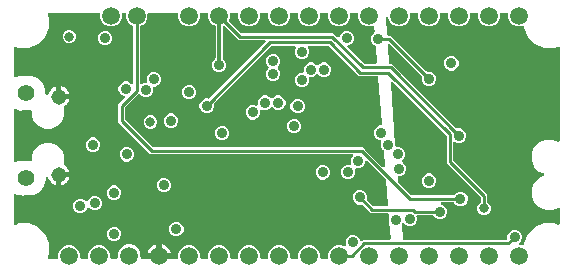
<source format=gbr>
G04 EAGLE Gerber RS-274X export*
G75*
%MOMM*%
%FSLAX34Y34*%
%LPD*%
%INCopper Layer 15*%
%IPPOS*%
%AMOC8*
5,1,8,0,0,1.08239X$1,22.5*%
G01*
%ADD10C,1.508000*%
%ADD11C,1.308000*%
%ADD12C,1.408000*%
%ADD13C,0.906400*%
%ADD14C,0.800100*%
%ADD15C,0.203200*%
%ADD16C,0.304800*%
%ADD17C,0.914400*%
%ADD18C,0.254000*%
%ADD19C,0.889000*%

G36*
X46934Y10176D02*
X46934Y10176D01*
X47053Y10183D01*
X47091Y10196D01*
X47132Y10201D01*
X47242Y10244D01*
X47355Y10281D01*
X47390Y10303D01*
X47427Y10318D01*
X47523Y10387D01*
X47624Y10451D01*
X47652Y10481D01*
X47685Y10504D01*
X47761Y10596D01*
X47842Y10683D01*
X47862Y10718D01*
X47887Y10749D01*
X47938Y10857D01*
X47996Y10961D01*
X48006Y11001D01*
X48023Y11037D01*
X48045Y11154D01*
X48075Y11269D01*
X48079Y11329D01*
X48083Y11349D01*
X48081Y11370D01*
X48085Y11430D01*
X48085Y14503D01*
X49465Y17835D01*
X52015Y20385D01*
X55347Y21765D01*
X58953Y21765D01*
X62285Y20385D01*
X64835Y17835D01*
X66215Y14503D01*
X66215Y11430D01*
X66230Y11312D01*
X66237Y11193D01*
X66250Y11155D01*
X66255Y11114D01*
X66298Y11004D01*
X66335Y10891D01*
X66357Y10856D01*
X66372Y10819D01*
X66441Y10723D01*
X66505Y10622D01*
X66535Y10594D01*
X66558Y10561D01*
X66650Y10485D01*
X66737Y10404D01*
X66772Y10384D01*
X66803Y10359D01*
X66911Y10308D01*
X67015Y10250D01*
X67055Y10240D01*
X67091Y10223D01*
X67208Y10201D01*
X67323Y10171D01*
X67383Y10167D01*
X67403Y10163D01*
X67424Y10165D01*
X67484Y10161D01*
X72216Y10161D01*
X72334Y10176D01*
X72453Y10183D01*
X72491Y10196D01*
X72532Y10201D01*
X72642Y10244D01*
X72755Y10281D01*
X72790Y10303D01*
X72827Y10318D01*
X72923Y10387D01*
X73024Y10451D01*
X73052Y10481D01*
X73085Y10504D01*
X73161Y10596D01*
X73242Y10683D01*
X73262Y10718D01*
X73287Y10749D01*
X73338Y10857D01*
X73396Y10961D01*
X73406Y11001D01*
X73423Y11037D01*
X73445Y11154D01*
X73475Y11269D01*
X73479Y11329D01*
X73483Y11349D01*
X73481Y11370D01*
X73485Y11430D01*
X73485Y14503D01*
X74865Y17835D01*
X77415Y20385D01*
X80747Y21765D01*
X84353Y21765D01*
X87685Y20385D01*
X90235Y17835D01*
X91615Y14503D01*
X91615Y11430D01*
X91630Y11312D01*
X91637Y11193D01*
X91650Y11155D01*
X91655Y11114D01*
X91698Y11004D01*
X91735Y10891D01*
X91757Y10856D01*
X91772Y10819D01*
X91841Y10723D01*
X91905Y10622D01*
X91935Y10594D01*
X91958Y10561D01*
X92050Y10485D01*
X92137Y10404D01*
X92172Y10384D01*
X92203Y10359D01*
X92311Y10308D01*
X92415Y10250D01*
X92455Y10240D01*
X92491Y10223D01*
X92608Y10201D01*
X92723Y10171D01*
X92783Y10167D01*
X92803Y10163D01*
X92824Y10165D01*
X92884Y10161D01*
X97108Y10161D01*
X97226Y10176D01*
X97345Y10183D01*
X97383Y10196D01*
X97424Y10201D01*
X97534Y10244D01*
X97647Y10281D01*
X97682Y10303D01*
X97719Y10318D01*
X97815Y10387D01*
X97916Y10451D01*
X97944Y10481D01*
X97977Y10504D01*
X98053Y10596D01*
X98134Y10683D01*
X98154Y10718D01*
X98179Y10749D01*
X98230Y10857D01*
X98288Y10961D01*
X98298Y11001D01*
X98315Y11037D01*
X98337Y11154D01*
X98367Y11269D01*
X98371Y11329D01*
X98375Y11349D01*
X98373Y11370D01*
X98377Y11430D01*
X98377Y14604D01*
X99835Y18122D01*
X102528Y20815D01*
X106046Y22273D01*
X109854Y22273D01*
X113372Y20815D01*
X116065Y18122D01*
X117523Y14604D01*
X117523Y11430D01*
X117538Y11312D01*
X117545Y11193D01*
X117558Y11155D01*
X117563Y11114D01*
X117606Y11004D01*
X117643Y10891D01*
X117665Y10856D01*
X117680Y10819D01*
X117749Y10723D01*
X117813Y10622D01*
X117843Y10594D01*
X117866Y10561D01*
X117958Y10485D01*
X118045Y10404D01*
X118080Y10384D01*
X118111Y10359D01*
X118219Y10308D01*
X118323Y10250D01*
X118363Y10240D01*
X118399Y10223D01*
X118516Y10201D01*
X118631Y10171D01*
X118691Y10167D01*
X118711Y10163D01*
X118732Y10165D01*
X118792Y10161D01*
X122060Y10161D01*
X122119Y10168D01*
X122179Y10166D01*
X122276Y10188D01*
X122375Y10201D01*
X122376Y10201D01*
X132120Y10201D01*
X132238Y10216D01*
X132357Y10223D01*
X132395Y10235D01*
X132435Y10241D01*
X132546Y10284D01*
X132659Y10321D01*
X132693Y10343D01*
X132731Y10358D01*
X132827Y10427D01*
X132928Y10491D01*
X132956Y10521D01*
X132988Y10544D01*
X133064Y10636D01*
X133146Y10723D01*
X133165Y10758D01*
X133191Y10789D01*
X133242Y10897D01*
X133299Y11001D01*
X133309Y11041D01*
X133327Y11077D01*
X133347Y11184D01*
X133351Y11154D01*
X133395Y11044D01*
X133431Y10931D01*
X133453Y10896D01*
X133468Y10859D01*
X133538Y10762D01*
X133601Y10662D01*
X133631Y10634D01*
X133655Y10601D01*
X133746Y10525D01*
X133833Y10444D01*
X133868Y10424D01*
X133900Y10399D01*
X134007Y10348D01*
X134112Y10290D01*
X134151Y10280D01*
X134187Y10263D01*
X134304Y10241D01*
X134420Y10211D01*
X134480Y10207D01*
X134500Y10203D01*
X134520Y10205D01*
X134580Y10201D01*
X144337Y10201D01*
X144362Y10192D01*
X144422Y10186D01*
X144480Y10171D01*
X144640Y10161D01*
X148416Y10161D01*
X148534Y10176D01*
X148653Y10183D01*
X148691Y10196D01*
X148732Y10201D01*
X148842Y10244D01*
X148955Y10281D01*
X148990Y10303D01*
X149027Y10318D01*
X149123Y10387D01*
X149224Y10451D01*
X149252Y10481D01*
X149285Y10504D01*
X149361Y10596D01*
X149442Y10683D01*
X149462Y10718D01*
X149487Y10749D01*
X149538Y10857D01*
X149596Y10961D01*
X149606Y11001D01*
X149623Y11037D01*
X149645Y11154D01*
X149675Y11269D01*
X149679Y11329D01*
X149683Y11349D01*
X149681Y11370D01*
X149685Y11430D01*
X149685Y14503D01*
X151065Y17835D01*
X153615Y20385D01*
X156947Y21765D01*
X160553Y21765D01*
X163885Y20385D01*
X166435Y17835D01*
X167815Y14503D01*
X167815Y11430D01*
X167830Y11312D01*
X167837Y11193D01*
X167850Y11155D01*
X167855Y11114D01*
X167898Y11004D01*
X167935Y10891D01*
X167957Y10856D01*
X167972Y10819D01*
X168041Y10723D01*
X168105Y10622D01*
X168135Y10594D01*
X168158Y10561D01*
X168250Y10485D01*
X168337Y10404D01*
X168372Y10384D01*
X168403Y10359D01*
X168511Y10308D01*
X168615Y10250D01*
X168655Y10240D01*
X168691Y10223D01*
X168808Y10201D01*
X168923Y10171D01*
X168983Y10167D01*
X169003Y10163D01*
X169024Y10165D01*
X169084Y10161D01*
X173816Y10161D01*
X173934Y10176D01*
X174053Y10183D01*
X174091Y10196D01*
X174132Y10201D01*
X174242Y10244D01*
X174355Y10281D01*
X174390Y10303D01*
X174427Y10318D01*
X174523Y10387D01*
X174624Y10451D01*
X174652Y10481D01*
X174685Y10504D01*
X174761Y10596D01*
X174842Y10683D01*
X174862Y10718D01*
X174887Y10749D01*
X174938Y10857D01*
X174996Y10961D01*
X175006Y11001D01*
X175023Y11037D01*
X175045Y11154D01*
X175075Y11269D01*
X175079Y11329D01*
X175083Y11349D01*
X175081Y11370D01*
X175085Y11430D01*
X175085Y14503D01*
X176465Y17835D01*
X179015Y20385D01*
X182347Y21765D01*
X185953Y21765D01*
X189285Y20385D01*
X191835Y17835D01*
X193215Y14503D01*
X193215Y11430D01*
X193230Y11312D01*
X193237Y11193D01*
X193250Y11155D01*
X193255Y11114D01*
X193298Y11004D01*
X193335Y10891D01*
X193357Y10856D01*
X193372Y10819D01*
X193441Y10723D01*
X193505Y10622D01*
X193535Y10594D01*
X193558Y10561D01*
X193650Y10485D01*
X193737Y10404D01*
X193772Y10384D01*
X193803Y10359D01*
X193911Y10308D01*
X194015Y10250D01*
X194055Y10240D01*
X194091Y10223D01*
X194208Y10201D01*
X194323Y10171D01*
X194383Y10167D01*
X194403Y10163D01*
X194424Y10165D01*
X194484Y10161D01*
X199216Y10161D01*
X199334Y10176D01*
X199453Y10183D01*
X199491Y10196D01*
X199532Y10201D01*
X199642Y10244D01*
X199755Y10281D01*
X199790Y10303D01*
X199827Y10318D01*
X199923Y10387D01*
X200024Y10451D01*
X200052Y10481D01*
X200085Y10504D01*
X200161Y10596D01*
X200242Y10683D01*
X200262Y10718D01*
X200287Y10749D01*
X200338Y10857D01*
X200396Y10961D01*
X200406Y11001D01*
X200423Y11037D01*
X200445Y11154D01*
X200475Y11269D01*
X200479Y11329D01*
X200483Y11349D01*
X200481Y11370D01*
X200485Y11430D01*
X200485Y14503D01*
X201865Y17835D01*
X204415Y20385D01*
X207747Y21765D01*
X211353Y21765D01*
X214685Y20385D01*
X217235Y17835D01*
X218615Y14503D01*
X218615Y11430D01*
X218630Y11312D01*
X218637Y11193D01*
X218650Y11155D01*
X218655Y11114D01*
X218698Y11004D01*
X218735Y10891D01*
X218757Y10856D01*
X218772Y10819D01*
X218841Y10723D01*
X218905Y10622D01*
X218935Y10594D01*
X218958Y10561D01*
X219050Y10485D01*
X219137Y10404D01*
X219172Y10384D01*
X219203Y10359D01*
X219311Y10308D01*
X219415Y10250D01*
X219455Y10240D01*
X219491Y10223D01*
X219608Y10201D01*
X219723Y10171D01*
X219783Y10167D01*
X219803Y10163D01*
X219824Y10165D01*
X219884Y10161D01*
X224616Y10161D01*
X224734Y10176D01*
X224853Y10183D01*
X224891Y10196D01*
X224932Y10201D01*
X225042Y10244D01*
X225155Y10281D01*
X225190Y10303D01*
X225227Y10318D01*
X225323Y10387D01*
X225424Y10451D01*
X225452Y10481D01*
X225485Y10504D01*
X225561Y10596D01*
X225642Y10683D01*
X225662Y10718D01*
X225687Y10749D01*
X225738Y10857D01*
X225796Y10961D01*
X225806Y11001D01*
X225823Y11037D01*
X225845Y11154D01*
X225875Y11269D01*
X225879Y11329D01*
X225883Y11349D01*
X225881Y11370D01*
X225885Y11430D01*
X225885Y14503D01*
X227265Y17835D01*
X229815Y20385D01*
X233147Y21765D01*
X236753Y21765D01*
X240085Y20385D01*
X242635Y17835D01*
X244015Y14503D01*
X244015Y11430D01*
X244030Y11312D01*
X244037Y11193D01*
X244050Y11155D01*
X244055Y11114D01*
X244098Y11004D01*
X244135Y10891D01*
X244157Y10856D01*
X244172Y10819D01*
X244241Y10723D01*
X244305Y10622D01*
X244335Y10594D01*
X244358Y10561D01*
X244450Y10485D01*
X244537Y10404D01*
X244572Y10384D01*
X244603Y10359D01*
X244711Y10308D01*
X244815Y10250D01*
X244855Y10240D01*
X244891Y10223D01*
X245008Y10201D01*
X245123Y10171D01*
X245183Y10167D01*
X245203Y10163D01*
X245224Y10165D01*
X245284Y10161D01*
X250016Y10161D01*
X250134Y10176D01*
X250253Y10183D01*
X250291Y10196D01*
X250332Y10201D01*
X250442Y10244D01*
X250555Y10281D01*
X250590Y10303D01*
X250627Y10318D01*
X250723Y10387D01*
X250824Y10451D01*
X250852Y10481D01*
X250885Y10504D01*
X250961Y10596D01*
X251042Y10683D01*
X251062Y10718D01*
X251087Y10749D01*
X251138Y10857D01*
X251196Y10961D01*
X251206Y11001D01*
X251223Y11037D01*
X251245Y11154D01*
X251275Y11269D01*
X251279Y11329D01*
X251283Y11349D01*
X251281Y11370D01*
X251285Y11430D01*
X251285Y14503D01*
X252665Y17835D01*
X255215Y20385D01*
X258547Y21765D01*
X262153Y21765D01*
X265485Y20385D01*
X268035Y17835D01*
X269415Y14503D01*
X269415Y11430D01*
X269430Y11312D01*
X269437Y11193D01*
X269450Y11155D01*
X269455Y11114D01*
X269498Y11004D01*
X269535Y10891D01*
X269557Y10856D01*
X269572Y10819D01*
X269641Y10723D01*
X269705Y10622D01*
X269735Y10594D01*
X269758Y10561D01*
X269850Y10485D01*
X269937Y10404D01*
X269972Y10384D01*
X270003Y10359D01*
X270111Y10308D01*
X270215Y10250D01*
X270255Y10240D01*
X270291Y10223D01*
X270408Y10201D01*
X270523Y10171D01*
X270583Y10167D01*
X270603Y10163D01*
X270624Y10165D01*
X270684Y10161D01*
X275416Y10161D01*
X275534Y10176D01*
X275653Y10183D01*
X275691Y10196D01*
X275732Y10201D01*
X275842Y10244D01*
X275955Y10281D01*
X275990Y10303D01*
X276027Y10318D01*
X276123Y10387D01*
X276224Y10451D01*
X276252Y10481D01*
X276285Y10504D01*
X276361Y10596D01*
X276442Y10683D01*
X276462Y10718D01*
X276487Y10749D01*
X276538Y10857D01*
X276596Y10961D01*
X276606Y11001D01*
X276623Y11037D01*
X276645Y11154D01*
X276675Y11269D01*
X276679Y11329D01*
X276683Y11349D01*
X276681Y11370D01*
X276685Y11430D01*
X276685Y14503D01*
X278065Y17835D01*
X280615Y20385D01*
X283947Y21765D01*
X287553Y21765D01*
X289612Y20912D01*
X289746Y20875D01*
X289879Y20834D01*
X289899Y20833D01*
X289919Y20828D01*
X290058Y20826D01*
X290197Y20819D01*
X290216Y20823D01*
X290237Y20823D01*
X290373Y20856D01*
X290508Y20883D01*
X290526Y20892D01*
X290546Y20897D01*
X290669Y20962D01*
X290794Y21023D01*
X290809Y21036D01*
X290827Y21046D01*
X290930Y21139D01*
X291036Y21230D01*
X291047Y21246D01*
X291062Y21260D01*
X291139Y21376D01*
X291219Y21490D01*
X291226Y21508D01*
X291237Y21525D01*
X291282Y21657D01*
X291332Y21787D01*
X291334Y21807D01*
X291340Y21826D01*
X291351Y21965D01*
X291367Y22103D01*
X291364Y22123D01*
X291366Y22143D01*
X291342Y22280D01*
X291322Y22418D01*
X291313Y22445D01*
X291311Y22457D01*
X291303Y22475D01*
X291270Y22570D01*
X291123Y22925D01*
X291123Y25335D01*
X292045Y27561D01*
X293749Y29265D01*
X295975Y30187D01*
X298385Y30187D01*
X300611Y29265D01*
X302315Y27561D01*
X303090Y25689D01*
X303115Y25646D01*
X303131Y25599D01*
X303193Y25508D01*
X303248Y25413D01*
X303282Y25377D01*
X303310Y25336D01*
X303392Y25263D01*
X303469Y25184D01*
X303511Y25158D01*
X303549Y25125D01*
X303646Y25075D01*
X303740Y25018D01*
X303788Y25003D01*
X303832Y24981D01*
X303939Y24957D01*
X304044Y24924D01*
X304094Y24922D01*
X304142Y24911D01*
X304252Y24914D01*
X304362Y24909D01*
X304410Y24919D01*
X304460Y24921D01*
X304566Y24951D01*
X304673Y24973D01*
X304718Y24995D01*
X304765Y25009D01*
X304860Y25065D01*
X304959Y25113D01*
X304997Y25145D01*
X305039Y25171D01*
X305160Y25277D01*
X305712Y25829D01*
X328092Y25829D01*
X328101Y25830D01*
X328110Y25829D01*
X328259Y25850D01*
X328408Y25869D01*
X328416Y25872D01*
X328425Y25873D01*
X328564Y25930D01*
X328704Y25986D01*
X328711Y25991D01*
X328719Y25994D01*
X328840Y26084D01*
X328961Y26172D01*
X328967Y26179D01*
X328974Y26185D01*
X329068Y26302D01*
X329164Y26417D01*
X329168Y26426D01*
X329173Y26433D01*
X329236Y26571D01*
X329299Y26705D01*
X329301Y26714D01*
X329305Y26722D01*
X329331Y26872D01*
X329359Y27017D01*
X329359Y27026D01*
X329360Y27035D01*
X329358Y27196D01*
X328283Y41016D01*
X328259Y41133D01*
X328242Y41251D01*
X328223Y41308D01*
X328219Y41328D01*
X328210Y41346D01*
X328190Y41403D01*
X327953Y41975D01*
X327953Y44458D01*
X327978Y44548D01*
X327979Y44606D01*
X327989Y44664D01*
X327987Y44825D01*
X327771Y47596D01*
X327757Y47665D01*
X327753Y47735D01*
X327725Y47820D01*
X327707Y47908D01*
X327676Y47971D01*
X327655Y48037D01*
X327607Y48113D01*
X327567Y48194D01*
X327522Y48247D01*
X327484Y48306D01*
X327419Y48368D01*
X327361Y48436D01*
X327304Y48476D01*
X327253Y48524D01*
X327174Y48567D01*
X327101Y48619D01*
X327036Y48644D01*
X326974Y48678D01*
X326888Y48700D01*
X326804Y48732D01*
X326734Y48740D01*
X326666Y48757D01*
X326506Y48767D01*
X312612Y48767D01*
X310604Y50776D01*
X305757Y55623D01*
X305733Y55641D01*
X305714Y55664D01*
X305608Y55738D01*
X305505Y55818D01*
X305478Y55830D01*
X305454Y55847D01*
X305333Y55893D01*
X305213Y55944D01*
X305184Y55949D01*
X305157Y55959D01*
X305028Y55974D01*
X304899Y55994D01*
X304870Y55991D01*
X304841Y55995D01*
X304712Y55977D01*
X304583Y55964D01*
X304569Y55959D01*
X302111Y55959D01*
X299885Y56881D01*
X298181Y58585D01*
X297259Y60811D01*
X297259Y63221D01*
X298181Y65447D01*
X299885Y67151D01*
X302111Y68073D01*
X304521Y68073D01*
X306747Y67151D01*
X308451Y65447D01*
X309373Y63221D01*
X309373Y60736D01*
X309350Y60652D01*
X309349Y60622D01*
X309343Y60594D01*
X309347Y60464D01*
X309345Y60334D01*
X309352Y60305D01*
X309353Y60276D01*
X309389Y60151D01*
X309419Y60025D01*
X309433Y59998D01*
X309441Y59970D01*
X309507Y59858D01*
X309568Y59743D01*
X309588Y59722D01*
X309603Y59696D01*
X309709Y59575D01*
X314556Y54728D01*
X314634Y54668D01*
X314706Y54600D01*
X314759Y54571D01*
X314807Y54534D01*
X314898Y54494D01*
X314985Y54446D01*
X315043Y54431D01*
X315099Y54407D01*
X315197Y54392D01*
X315293Y54367D01*
X315393Y54361D01*
X315413Y54357D01*
X315425Y54359D01*
X315453Y54357D01*
X325874Y54357D01*
X325883Y54358D01*
X325892Y54357D01*
X326040Y54378D01*
X326189Y54397D01*
X326198Y54400D01*
X326206Y54401D01*
X326345Y54458D01*
X326485Y54514D01*
X326492Y54519D01*
X326500Y54522D01*
X326621Y54612D01*
X326742Y54700D01*
X326748Y54707D01*
X326755Y54713D01*
X326849Y54830D01*
X326945Y54945D01*
X326949Y54954D01*
X326954Y54961D01*
X327017Y55099D01*
X327080Y55233D01*
X327082Y55242D01*
X327086Y55250D01*
X327112Y55400D01*
X327140Y55545D01*
X327140Y55554D01*
X327141Y55563D01*
X327139Y55724D01*
X325524Y76493D01*
X325514Y76542D01*
X325512Y76592D01*
X325482Y76697D01*
X325459Y76804D01*
X325437Y76849D01*
X325424Y76897D01*
X325368Y76992D01*
X325320Y77090D01*
X325287Y77128D01*
X325262Y77171D01*
X325156Y77292D01*
X309848Y92599D01*
X309739Y92684D01*
X309632Y92773D01*
X309613Y92782D01*
X309597Y92794D01*
X309469Y92850D01*
X309344Y92909D01*
X309324Y92912D01*
X309305Y92920D01*
X309167Y92942D01*
X309031Y92968D01*
X309011Y92967D01*
X308991Y92970D01*
X308852Y92957D01*
X308714Y92949D01*
X308695Y92942D01*
X308675Y92941D01*
X308543Y92893D01*
X308412Y92851D01*
X308394Y92840D01*
X308375Y92833D01*
X308260Y92755D01*
X308143Y92680D01*
X308129Y92666D01*
X308112Y92654D01*
X308020Y92550D01*
X307925Y92449D01*
X307915Y92431D01*
X307902Y92416D01*
X307838Y92292D01*
X307771Y92170D01*
X307766Y92151D01*
X307757Y92133D01*
X307727Y91997D01*
X307692Y91862D01*
X307690Y91834D01*
X307687Y91822D01*
X307688Y91802D01*
X307682Y91702D01*
X307682Y91505D01*
X306760Y89279D01*
X305056Y87575D01*
X302830Y86653D01*
X300318Y86653D01*
X300269Y86647D01*
X300219Y86649D01*
X300112Y86627D01*
X300003Y86613D01*
X299957Y86595D01*
X299908Y86585D01*
X299809Y86537D01*
X299707Y86496D01*
X299667Y86467D01*
X299622Y86445D01*
X299539Y86374D01*
X299450Y86310D01*
X299418Y86271D01*
X299380Y86239D01*
X299317Y86149D01*
X299247Y86065D01*
X299226Y86020D01*
X299197Y85979D01*
X299158Y85876D01*
X299112Y85777D01*
X299102Y85728D01*
X299085Y85682D01*
X299072Y85572D01*
X299052Y85465D01*
X299055Y85415D01*
X299049Y85366D01*
X299065Y85257D01*
X299071Y85147D01*
X299087Y85100D01*
X299094Y85051D01*
X299146Y84898D01*
X299307Y84510D01*
X299307Y82100D01*
X298385Y79874D01*
X296681Y78170D01*
X294455Y77248D01*
X292045Y77248D01*
X289819Y78170D01*
X288115Y79874D01*
X287193Y82100D01*
X287193Y84510D01*
X288115Y86736D01*
X289819Y88440D01*
X292045Y89362D01*
X294557Y89362D01*
X294606Y89368D01*
X294656Y89366D01*
X294763Y89388D01*
X294872Y89402D01*
X294918Y89420D01*
X294967Y89430D01*
X295066Y89478D01*
X295168Y89519D01*
X295208Y89548D01*
X295253Y89570D01*
X295336Y89641D01*
X295425Y89705D01*
X295457Y89744D01*
X295495Y89776D01*
X295558Y89866D01*
X295628Y89950D01*
X295649Y89995D01*
X295678Y90036D01*
X295717Y90139D01*
X295763Y90238D01*
X295773Y90287D01*
X295790Y90333D01*
X295803Y90443D01*
X295823Y90550D01*
X295820Y90600D01*
X295826Y90649D01*
X295810Y90758D01*
X295804Y90868D01*
X295788Y90915D01*
X295781Y90964D01*
X295729Y91117D01*
X295568Y91505D01*
X295568Y93915D01*
X296490Y96141D01*
X296988Y96638D01*
X297073Y96748D01*
X297162Y96855D01*
X297171Y96874D01*
X297183Y96890D01*
X297238Y97018D01*
X297297Y97143D01*
X297301Y97163D01*
X297309Y97182D01*
X297331Y97320D01*
X297357Y97456D01*
X297356Y97476D01*
X297359Y97496D01*
X297346Y97635D01*
X297337Y97773D01*
X297331Y97792D01*
X297329Y97812D01*
X297282Y97943D01*
X297239Y98075D01*
X297229Y98093D01*
X297222Y98112D01*
X297144Y98226D01*
X297069Y98344D01*
X297055Y98358D01*
X297043Y98375D01*
X296939Y98467D01*
X296838Y98562D01*
X296820Y98572D01*
X296805Y98585D01*
X296681Y98648D01*
X296559Y98716D01*
X296540Y98721D01*
X296522Y98730D01*
X296386Y98760D01*
X296251Y98795D01*
X296223Y98797D01*
X296211Y98800D01*
X296191Y98799D01*
X296091Y98805D01*
X125842Y98805D01*
X123834Y100814D01*
X98805Y125842D01*
X98805Y140858D01*
X100814Y142866D01*
X103973Y146025D01*
X104003Y146064D01*
X104040Y146098D01*
X104100Y146189D01*
X104167Y146276D01*
X104187Y146322D01*
X104214Y146363D01*
X104250Y146467D01*
X104294Y146568D01*
X104302Y146617D01*
X104318Y146664D01*
X104326Y146773D01*
X104344Y146882D01*
X104339Y146932D01*
X104343Y146981D01*
X104324Y147089D01*
X104314Y147199D01*
X104297Y147245D01*
X104289Y147294D01*
X104243Y147395D01*
X104206Y147498D01*
X104178Y147539D01*
X104158Y147584D01*
X104089Y147670D01*
X104028Y147761D01*
X103990Y147794D01*
X103959Y147833D01*
X103872Y147899D01*
X103789Y147972D01*
X103745Y147994D01*
X103705Y148024D01*
X103561Y148095D01*
X101481Y148956D01*
X99777Y150660D01*
X98855Y152886D01*
X98855Y155296D01*
X99777Y157522D01*
X101481Y159226D01*
X103707Y160148D01*
X106117Y160148D01*
X108343Y159226D01*
X109339Y158230D01*
X109448Y158145D01*
X109555Y158056D01*
X109574Y158047D01*
X109590Y158035D01*
X109717Y157980D01*
X109843Y157921D01*
X109863Y157917D01*
X109882Y157909D01*
X110020Y157887D01*
X110156Y157861D01*
X110176Y157862D01*
X110196Y157859D01*
X110335Y157872D01*
X110473Y157881D01*
X110492Y157887D01*
X110512Y157889D01*
X110644Y157936D01*
X110775Y157979D01*
X110793Y157989D01*
X110812Y157996D01*
X110927Y158074D01*
X111044Y158149D01*
X111058Y158163D01*
X111075Y158175D01*
X111167Y158279D01*
X111262Y158380D01*
X111272Y158398D01*
X111285Y158413D01*
X111348Y158537D01*
X111416Y158659D01*
X111421Y158678D01*
X111430Y158696D01*
X111460Y158832D01*
X111495Y158967D01*
X111497Y158995D01*
X111500Y159007D01*
X111499Y159027D01*
X111505Y159127D01*
X111505Y206398D01*
X111502Y206427D01*
X111504Y206457D01*
X111482Y206585D01*
X111465Y206713D01*
X111455Y206741D01*
X111450Y206770D01*
X111396Y206889D01*
X111348Y207009D01*
X111331Y207033D01*
X111319Y207060D01*
X111238Y207161D01*
X111162Y207266D01*
X111139Y207285D01*
X111120Y207308D01*
X111017Y207386D01*
X110917Y207469D01*
X110890Y207482D01*
X110866Y207500D01*
X110722Y207571D01*
X109165Y208215D01*
X106615Y210765D01*
X105235Y214097D01*
X105235Y217170D01*
X105220Y217288D01*
X105213Y217407D01*
X105200Y217445D01*
X105195Y217486D01*
X105152Y217596D01*
X105115Y217709D01*
X105093Y217744D01*
X105078Y217781D01*
X105009Y217877D01*
X104945Y217978D01*
X104915Y218006D01*
X104892Y218039D01*
X104800Y218115D01*
X104713Y218196D01*
X104678Y218216D01*
X104647Y218241D01*
X104539Y218292D01*
X104435Y218350D01*
X104395Y218360D01*
X104359Y218377D01*
X104242Y218399D01*
X104127Y218429D01*
X104067Y218433D01*
X104047Y218437D01*
X104026Y218435D01*
X103966Y218439D01*
X103044Y218439D01*
X102926Y218424D01*
X102807Y218417D01*
X102769Y218404D01*
X102728Y218399D01*
X102618Y218356D01*
X102505Y218319D01*
X102470Y218297D01*
X102433Y218282D01*
X102337Y218213D01*
X102236Y218149D01*
X102208Y218119D01*
X102175Y218096D01*
X102099Y218004D01*
X102018Y217917D01*
X101998Y217882D01*
X101973Y217851D01*
X101922Y217743D01*
X101864Y217639D01*
X101854Y217599D01*
X101837Y217563D01*
X101815Y217446D01*
X101785Y217331D01*
X101781Y217271D01*
X101777Y217251D01*
X101779Y217230D01*
X101775Y217170D01*
X101775Y214097D01*
X100395Y210765D01*
X97845Y208215D01*
X94513Y206835D01*
X90907Y206835D01*
X87575Y208215D01*
X85025Y210765D01*
X83645Y214097D01*
X83645Y217170D01*
X83630Y217288D01*
X83623Y217407D01*
X83610Y217445D01*
X83605Y217486D01*
X83562Y217596D01*
X83525Y217709D01*
X83503Y217744D01*
X83488Y217781D01*
X83419Y217877D01*
X83355Y217978D01*
X83325Y218006D01*
X83302Y218039D01*
X83210Y218115D01*
X83123Y218196D01*
X83088Y218216D01*
X83057Y218241D01*
X82949Y218292D01*
X82845Y218350D01*
X82805Y218360D01*
X82769Y218377D01*
X82652Y218399D01*
X82537Y218429D01*
X82477Y218433D01*
X82457Y218437D01*
X82436Y218435D01*
X82376Y218439D01*
X40172Y218439D01*
X40122Y218433D01*
X40073Y218435D01*
X39965Y218413D01*
X39856Y218399D01*
X39810Y218381D01*
X39761Y218371D01*
X39663Y218323D01*
X39560Y218282D01*
X39520Y218253D01*
X39476Y218231D01*
X39392Y218160D01*
X39303Y218096D01*
X39271Y218057D01*
X39234Y218025D01*
X39170Y217935D01*
X39100Y217851D01*
X39079Y217806D01*
X39051Y217765D01*
X39012Y217662D01*
X38965Y217563D01*
X38955Y217514D01*
X38938Y217468D01*
X38926Y217358D01*
X38905Y217251D01*
X38908Y217201D01*
X38903Y217152D01*
X38918Y217043D01*
X38925Y216933D01*
X38940Y216886D01*
X38947Y216837D01*
X38999Y216684D01*
X40211Y213759D01*
X40211Y205341D01*
X36989Y197563D01*
X31037Y191611D01*
X23259Y188389D01*
X14841Y188389D01*
X11916Y189601D01*
X11868Y189614D01*
X11823Y189635D01*
X11715Y189656D01*
X11609Y189685D01*
X11559Y189686D01*
X11510Y189695D01*
X11401Y189688D01*
X11291Y189690D01*
X11243Y189678D01*
X11193Y189675D01*
X11089Y189641D01*
X10982Y189616D01*
X10938Y189593D01*
X10891Y189577D01*
X10798Y189518D01*
X10701Y189467D01*
X10664Y189434D01*
X10622Y189407D01*
X10547Y189327D01*
X10465Y189253D01*
X10438Y189212D01*
X10404Y189175D01*
X10351Y189079D01*
X10291Y188987D01*
X10274Y188940D01*
X10250Y188897D01*
X10223Y188791D01*
X10187Y188687D01*
X10183Y188637D01*
X10171Y188589D01*
X10161Y188428D01*
X10161Y164990D01*
X10162Y164983D01*
X10161Y164975D01*
X10178Y164849D01*
X10183Y164772D01*
X10192Y164746D01*
X10201Y164674D01*
X10203Y164668D01*
X10204Y164660D01*
X10262Y164519D01*
X10279Y164476D01*
X10281Y164470D01*
X10282Y164468D01*
X10318Y164379D01*
X10322Y164373D01*
X10325Y164366D01*
X10416Y164243D01*
X10504Y164121D01*
X10510Y164117D01*
X10514Y164111D01*
X10632Y164016D01*
X10749Y163919D01*
X10756Y163915D01*
X10762Y163911D01*
X10901Y163847D01*
X11037Y163783D01*
X11044Y163782D01*
X11051Y163779D01*
X11202Y163752D01*
X11349Y163723D01*
X11357Y163724D01*
X11364Y163722D01*
X11516Y163734D01*
X11667Y163743D01*
X11674Y163745D01*
X11681Y163746D01*
X11837Y163788D01*
X15783Y165122D01*
X18166Y164964D01*
X18187Y164965D01*
X18251Y164961D01*
X26087Y164961D01*
X31108Y162881D01*
X34951Y159038D01*
X37031Y154017D01*
X37031Y149801D01*
X37046Y149682D01*
X37053Y149563D01*
X37066Y149525D01*
X37071Y149485D01*
X37114Y149374D01*
X37151Y149261D01*
X37173Y149227D01*
X37188Y149190D01*
X37258Y149093D01*
X37322Y148992D01*
X37351Y148965D01*
X37374Y148932D01*
X37467Y148856D01*
X37553Y148774D01*
X37588Y148755D01*
X37619Y148730D01*
X37727Y148679D01*
X37832Y148621D01*
X37871Y148611D01*
X37907Y148594D01*
X38024Y148572D01*
X38140Y148542D01*
X38180Y148542D01*
X38219Y148534D01*
X38339Y148542D01*
X38458Y148542D01*
X38497Y148551D01*
X38537Y148554D01*
X38650Y148591D01*
X38766Y148620D01*
X38801Y148640D01*
X38839Y148652D01*
X38940Y148716D01*
X39045Y148773D01*
X39074Y148801D01*
X39108Y148822D01*
X39190Y148909D01*
X39277Y148991D01*
X39299Y149025D01*
X39326Y149054D01*
X39384Y149158D01*
X39448Y149259D01*
X39470Y149314D01*
X39480Y149332D01*
X39485Y149352D01*
X39507Y149409D01*
X39955Y150786D01*
X40603Y152059D01*
X41444Y153216D01*
X42454Y154226D01*
X43611Y155067D01*
X44884Y155715D01*
X46244Y156157D01*
X46371Y156177D01*
X46371Y148030D01*
X46386Y147912D01*
X46393Y147793D01*
X46405Y147755D01*
X46411Y147715D01*
X46454Y147604D01*
X46491Y147491D01*
X46513Y147457D01*
X46528Y147419D01*
X46597Y147323D01*
X46661Y147222D01*
X46691Y147194D01*
X46714Y147162D01*
X46806Y147086D01*
X46893Y147004D01*
X46928Y146985D01*
X46959Y146959D01*
X47067Y146908D01*
X47171Y146851D01*
X47211Y146841D01*
X47247Y146823D01*
X47364Y146801D01*
X47479Y146771D01*
X47539Y146767D01*
X47559Y146764D01*
X47580Y146765D01*
X47640Y146761D01*
X47831Y146761D01*
X47831Y146570D01*
X47846Y146452D01*
X47853Y146333D01*
X47866Y146295D01*
X47871Y146254D01*
X47915Y146144D01*
X47951Y146031D01*
X47973Y145996D01*
X47988Y145959D01*
X48058Y145862D01*
X48121Y145762D01*
X48151Y145734D01*
X48175Y145701D01*
X48266Y145625D01*
X48353Y145544D01*
X48388Y145524D01*
X48420Y145499D01*
X48527Y145448D01*
X48632Y145390D01*
X48671Y145380D01*
X48707Y145363D01*
X48824Y145341D01*
X48940Y145311D01*
X49000Y145307D01*
X49020Y145303D01*
X49040Y145305D01*
X49100Y145301D01*
X57247Y145301D01*
X57227Y145174D01*
X56785Y143814D01*
X56137Y142541D01*
X55296Y141384D01*
X54286Y140374D01*
X53129Y139533D01*
X53062Y139499D01*
X53004Y139460D01*
X52942Y139429D01*
X52873Y139371D01*
X52799Y139320D01*
X52753Y139268D01*
X52700Y139223D01*
X52648Y139149D01*
X52588Y139082D01*
X52557Y139020D01*
X52517Y138963D01*
X52485Y138879D01*
X52444Y138798D01*
X52429Y138731D01*
X52404Y138666D01*
X52394Y138576D01*
X52374Y138488D01*
X52377Y138419D01*
X52369Y138350D01*
X52381Y138260D01*
X52384Y138170D01*
X52396Y138131D01*
X52396Y138118D01*
X52405Y138090D01*
X52413Y138035D01*
X52465Y137882D01*
X53031Y136517D01*
X53031Y131083D01*
X50951Y126062D01*
X47108Y122219D01*
X42087Y120139D01*
X36653Y120139D01*
X31632Y122219D01*
X27789Y126062D01*
X25709Y131083D01*
X25709Y134370D01*
X25694Y134488D01*
X25687Y134607D01*
X25674Y134645D01*
X25669Y134686D01*
X25626Y134796D01*
X25589Y134909D01*
X25567Y134944D01*
X25552Y134981D01*
X25483Y135077D01*
X25419Y135178D01*
X25389Y135206D01*
X25366Y135239D01*
X25274Y135315D01*
X25187Y135396D01*
X25152Y135416D01*
X25121Y135441D01*
X25013Y135492D01*
X24909Y135550D01*
X24869Y135560D01*
X24833Y135577D01*
X24716Y135599D01*
X24601Y135629D01*
X24541Y135633D01*
X24521Y135637D01*
X24500Y135635D01*
X24440Y135639D01*
X18251Y135639D01*
X18230Y135637D01*
X18166Y135636D01*
X15783Y135478D01*
X11837Y136812D01*
X11829Y136814D01*
X11823Y136817D01*
X11675Y136845D01*
X11525Y136876D01*
X11518Y136875D01*
X11510Y136877D01*
X11359Y136867D01*
X11207Y136860D01*
X11200Y136857D01*
X11193Y136857D01*
X11048Y136810D01*
X10904Y136765D01*
X10898Y136761D01*
X10891Y136759D01*
X10762Y136678D01*
X10633Y136598D01*
X10628Y136593D01*
X10622Y136589D01*
X10518Y136479D01*
X10413Y136369D01*
X10409Y136363D01*
X10404Y136357D01*
X10331Y136225D01*
X10256Y136092D01*
X10254Y136085D01*
X10250Y136079D01*
X10213Y135933D01*
X10173Y135785D01*
X10173Y135778D01*
X10171Y135771D01*
X10161Y135610D01*
X10161Y92924D01*
X10177Y92797D01*
X10187Y92669D01*
X10197Y92639D01*
X10201Y92608D01*
X10248Y92489D01*
X10289Y92368D01*
X10306Y92342D01*
X10318Y92313D01*
X10393Y92209D01*
X10463Y92102D01*
X10486Y92081D01*
X10504Y92055D01*
X10603Y91973D01*
X10698Y91887D01*
X10725Y91872D01*
X10749Y91853D01*
X10865Y91798D01*
X10979Y91738D01*
X11009Y91730D01*
X11037Y91717D01*
X11163Y91693D01*
X11288Y91663D01*
X11319Y91663D01*
X11349Y91657D01*
X11477Y91665D01*
X11606Y91667D01*
X11636Y91675D01*
X11667Y91677D01*
X11789Y91716D01*
X11913Y91750D01*
X11953Y91770D01*
X11969Y91775D01*
X11988Y91787D01*
X12057Y91821D01*
X13309Y92532D01*
X14579Y92691D01*
X14666Y92713D01*
X14755Y92726D01*
X14872Y92766D01*
X14887Y92770D01*
X14893Y92773D01*
X14907Y92778D01*
X15349Y92961D01*
X16658Y92961D01*
X16661Y92961D01*
X16816Y92971D01*
X18115Y93133D01*
X18576Y93006D01*
X18665Y92993D01*
X18752Y92971D01*
X18876Y92963D01*
X18891Y92961D01*
X18898Y92962D01*
X18913Y92961D01*
X21827Y92961D01*
X21916Y92972D01*
X22006Y92973D01*
X22128Y92999D01*
X22143Y93001D01*
X22149Y93003D01*
X22164Y93006D01*
X22625Y93133D01*
X23924Y92971D01*
X23927Y92971D01*
X24082Y92961D01*
X24440Y92961D01*
X24558Y92976D01*
X24677Y92983D01*
X24715Y92996D01*
X24756Y93001D01*
X24866Y93044D01*
X24979Y93081D01*
X25014Y93103D01*
X25051Y93118D01*
X25147Y93187D01*
X25248Y93251D01*
X25276Y93281D01*
X25309Y93304D01*
X25385Y93396D01*
X25466Y93483D01*
X25486Y93518D01*
X25511Y93549D01*
X25562Y93657D01*
X25620Y93761D01*
X25630Y93801D01*
X25647Y93837D01*
X25669Y93954D01*
X25699Y94069D01*
X25703Y94129D01*
X25707Y94149D01*
X25705Y94170D01*
X25709Y94230D01*
X25709Y97517D01*
X27789Y102538D01*
X31632Y106381D01*
X36653Y108461D01*
X42087Y108461D01*
X47108Y106381D01*
X50951Y102538D01*
X53031Y97517D01*
X53031Y92083D01*
X52465Y90718D01*
X52447Y90651D01*
X52419Y90587D01*
X52405Y90498D01*
X52381Y90411D01*
X52380Y90341D01*
X52369Y90273D01*
X52378Y90183D01*
X52376Y90093D01*
X52393Y90025D01*
X52399Y89956D01*
X52429Y89871D01*
X52450Y89784D01*
X52483Y89722D01*
X52506Y89657D01*
X52557Y89582D01*
X52599Y89503D01*
X52646Y89451D01*
X52685Y89394D01*
X52753Y89334D01*
X52813Y89267D01*
X52871Y89229D01*
X52923Y89183D01*
X53062Y89101D01*
X53129Y89067D01*
X54286Y88226D01*
X55296Y87216D01*
X56137Y86059D01*
X56785Y84786D01*
X57227Y83426D01*
X57247Y83299D01*
X49100Y83299D01*
X48982Y83284D01*
X48863Y83277D01*
X48825Y83264D01*
X48785Y83259D01*
X48674Y83216D01*
X48561Y83179D01*
X48527Y83157D01*
X48489Y83142D01*
X48393Y83073D01*
X48292Y83009D01*
X48264Y82979D01*
X48232Y82956D01*
X48156Y82864D01*
X48074Y82777D01*
X48055Y82742D01*
X48029Y82711D01*
X47978Y82603D01*
X47921Y82499D01*
X47911Y82459D01*
X47893Y82423D01*
X47871Y82306D01*
X47841Y82191D01*
X47837Y82131D01*
X47834Y82111D01*
X47835Y82090D01*
X47831Y82030D01*
X47831Y81839D01*
X47640Y81839D01*
X47522Y81824D01*
X47403Y81817D01*
X47365Y81804D01*
X47324Y81799D01*
X47214Y81755D01*
X47101Y81719D01*
X47066Y81697D01*
X47029Y81682D01*
X46932Y81612D01*
X46832Y81549D01*
X46804Y81519D01*
X46771Y81495D01*
X46695Y81404D01*
X46614Y81317D01*
X46594Y81282D01*
X46569Y81250D01*
X46518Y81143D01*
X46460Y81038D01*
X46450Y80999D01*
X46433Y80963D01*
X46411Y80846D01*
X46381Y80730D01*
X46377Y80670D01*
X46373Y80650D01*
X46375Y80630D01*
X46371Y80570D01*
X46371Y72423D01*
X46244Y72443D01*
X44884Y72885D01*
X43611Y73533D01*
X42454Y74374D01*
X41444Y75384D01*
X40603Y76541D01*
X39955Y77814D01*
X39616Y78855D01*
X39599Y78892D01*
X39589Y78931D01*
X39532Y79035D01*
X39481Y79143D01*
X39455Y79174D01*
X39435Y79210D01*
X39354Y79296D01*
X39278Y79388D01*
X39245Y79412D01*
X39217Y79441D01*
X39117Y79505D01*
X39021Y79575D01*
X38983Y79590D01*
X38949Y79612D01*
X38836Y79648D01*
X38725Y79692D01*
X38685Y79697D01*
X38646Y79710D01*
X38528Y79717D01*
X38410Y79732D01*
X38369Y79727D01*
X38329Y79729D01*
X38212Y79707D01*
X38094Y79692D01*
X38057Y79677D01*
X38016Y79670D01*
X37909Y79619D01*
X37799Y79575D01*
X37766Y79551D01*
X37729Y79534D01*
X37637Y79459D01*
X37541Y79389D01*
X37515Y79357D01*
X37484Y79331D01*
X37414Y79235D01*
X37338Y79144D01*
X37321Y79107D01*
X37297Y79074D01*
X37253Y78964D01*
X37203Y78856D01*
X37195Y78816D01*
X37180Y78778D01*
X37150Y78620D01*
X37129Y78457D01*
X37130Y78380D01*
X37120Y78303D01*
X37129Y78143D01*
X37130Y78140D01*
X37130Y78139D01*
X37302Y76759D01*
X35806Y71315D01*
X32339Y66859D01*
X27431Y64068D01*
X26161Y63909D01*
X26074Y63887D01*
X25985Y63874D01*
X25868Y63834D01*
X25853Y63830D01*
X25847Y63827D01*
X25833Y63822D01*
X25391Y63639D01*
X24082Y63639D01*
X24079Y63639D01*
X23924Y63629D01*
X22625Y63467D01*
X22164Y63594D01*
X22075Y63607D01*
X21988Y63629D01*
X21864Y63637D01*
X21849Y63639D01*
X21842Y63638D01*
X21827Y63639D01*
X18913Y63639D01*
X18824Y63628D01*
X18734Y63627D01*
X18612Y63601D01*
X18597Y63599D01*
X18591Y63597D01*
X18576Y63594D01*
X18115Y63467D01*
X16816Y63629D01*
X16813Y63629D01*
X16658Y63639D01*
X15349Y63639D01*
X14907Y63822D01*
X14820Y63846D01*
X14737Y63879D01*
X14615Y63902D01*
X14600Y63906D01*
X14593Y63906D01*
X14579Y63909D01*
X13309Y64068D01*
X12057Y64779D01*
X11939Y64828D01*
X11823Y64883D01*
X11792Y64889D01*
X11763Y64901D01*
X11636Y64919D01*
X11510Y64943D01*
X11479Y64941D01*
X11449Y64945D01*
X11321Y64931D01*
X11193Y64923D01*
X11163Y64913D01*
X11132Y64910D01*
X11013Y64865D01*
X10891Y64825D01*
X10864Y64808D01*
X10835Y64797D01*
X10730Y64723D01*
X10622Y64655D01*
X10600Y64632D01*
X10575Y64614D01*
X10492Y64517D01*
X10404Y64423D01*
X10389Y64396D01*
X10369Y64372D01*
X10312Y64257D01*
X10250Y64145D01*
X10243Y64115D01*
X10229Y64087D01*
X10203Y63961D01*
X10171Y63837D01*
X10168Y63792D01*
X10165Y63775D01*
X10166Y63753D01*
X10161Y63676D01*
X10161Y40172D01*
X10167Y40122D01*
X10165Y40073D01*
X10187Y39965D01*
X10201Y39856D01*
X10219Y39810D01*
X10229Y39761D01*
X10277Y39663D01*
X10318Y39560D01*
X10347Y39520D01*
X10369Y39476D01*
X10440Y39392D01*
X10504Y39303D01*
X10543Y39271D01*
X10575Y39234D01*
X10665Y39170D01*
X10749Y39100D01*
X10794Y39079D01*
X10835Y39051D01*
X10938Y39012D01*
X11037Y38965D01*
X11086Y38955D01*
X11132Y38938D01*
X11242Y38926D01*
X11349Y38905D01*
X11399Y38908D01*
X11448Y38903D01*
X11557Y38918D01*
X11667Y38925D01*
X11714Y38940D01*
X11763Y38947D01*
X11916Y38999D01*
X14841Y40211D01*
X23259Y40211D01*
X31037Y36989D01*
X36989Y31037D01*
X40211Y23259D01*
X40211Y14841D01*
X38999Y11916D01*
X38986Y11868D01*
X38965Y11823D01*
X38944Y11715D01*
X38915Y11609D01*
X38914Y11559D01*
X38905Y11510D01*
X38912Y11401D01*
X38910Y11291D01*
X38922Y11243D01*
X38925Y11193D01*
X38959Y11089D01*
X38984Y10982D01*
X39007Y10938D01*
X39023Y10891D01*
X39082Y10798D01*
X39133Y10701D01*
X39166Y10664D01*
X39193Y10622D01*
X39273Y10547D01*
X39347Y10465D01*
X39388Y10438D01*
X39425Y10404D01*
X39521Y10351D01*
X39613Y10291D01*
X39660Y10274D01*
X39703Y10250D01*
X39809Y10223D01*
X39913Y10187D01*
X39963Y10183D01*
X40011Y10171D01*
X40172Y10161D01*
X46816Y10161D01*
X46934Y10176D01*
G37*
G36*
X441149Y21395D02*
X441149Y21395D01*
X441259Y21394D01*
X441307Y21405D01*
X441357Y21408D01*
X441461Y21442D01*
X441568Y21468D01*
X441612Y21491D01*
X441659Y21506D01*
X441752Y21565D01*
X441849Y21616D01*
X441886Y21650D01*
X441928Y21676D01*
X442003Y21757D01*
X442085Y21830D01*
X442112Y21872D01*
X442146Y21908D01*
X442199Y22004D01*
X442259Y22096D01*
X442276Y22143D01*
X442300Y22187D01*
X442327Y22293D01*
X442363Y22397D01*
X442367Y22446D01*
X442379Y22495D01*
X442389Y22655D01*
X442389Y23259D01*
X445611Y31037D01*
X451563Y36989D01*
X459341Y40211D01*
X467759Y40211D01*
X470684Y38999D01*
X470732Y38986D01*
X470777Y38965D01*
X470885Y38944D01*
X470991Y38915D01*
X471041Y38914D01*
X471090Y38905D01*
X471199Y38912D01*
X471309Y38910D01*
X471357Y38922D01*
X471407Y38925D01*
X471511Y38959D01*
X471618Y38984D01*
X471662Y39008D01*
X471709Y39023D01*
X471802Y39082D01*
X471899Y39133D01*
X471936Y39166D01*
X471978Y39193D01*
X472053Y39273D01*
X472135Y39347D01*
X472162Y39388D01*
X472196Y39425D01*
X472249Y39521D01*
X472309Y39613D01*
X472326Y39660D01*
X472350Y39703D01*
X472377Y39809D01*
X472413Y39913D01*
X472417Y39963D01*
X472429Y40011D01*
X472439Y40172D01*
X472439Y52194D01*
X472433Y52243D01*
X472435Y52293D01*
X472413Y52400D01*
X472399Y52509D01*
X472381Y52555D01*
X472371Y52604D01*
X472323Y52703D01*
X472282Y52805D01*
X472253Y52845D01*
X472231Y52890D01*
X472160Y52974D01*
X472096Y53062D01*
X472057Y53094D01*
X472025Y53132D01*
X471935Y53195D01*
X471851Y53265D01*
X471806Y53286D01*
X471765Y53315D01*
X471662Y53354D01*
X471563Y53401D01*
X471514Y53410D01*
X471468Y53428D01*
X471358Y53440D01*
X471251Y53461D01*
X471201Y53457D01*
X471152Y53463D01*
X471043Y53448D01*
X470933Y53441D01*
X470886Y53425D01*
X470837Y53419D01*
X470684Y53366D01*
X466466Y51619D01*
X460634Y51619D01*
X455245Y53851D01*
X451121Y57975D01*
X448889Y63364D01*
X448889Y69196D01*
X451121Y74585D01*
X455245Y78709D01*
X458622Y80107D01*
X458743Y80176D01*
X458866Y80241D01*
X458881Y80255D01*
X458898Y80265D01*
X458998Y80362D01*
X459101Y80455D01*
X459112Y80472D01*
X459127Y80486D01*
X459199Y80605D01*
X459276Y80721D01*
X459282Y80740D01*
X459293Y80757D01*
X459334Y80890D01*
X459379Y81022D01*
X459380Y81042D01*
X459386Y81061D01*
X459393Y81200D01*
X459404Y81339D01*
X459401Y81359D01*
X459402Y81379D01*
X459374Y81515D01*
X459350Y81652D01*
X459341Y81671D01*
X459337Y81690D01*
X459276Y81816D01*
X459219Y81942D01*
X459206Y81958D01*
X459198Y81976D01*
X459107Y82082D01*
X459021Y82190D01*
X459004Y82203D01*
X458991Y82218D01*
X458877Y82298D01*
X458766Y82382D01*
X458741Y82394D01*
X458731Y82401D01*
X458712Y82408D01*
X458622Y82453D01*
X455245Y83851D01*
X451121Y87975D01*
X448889Y93364D01*
X448889Y99196D01*
X451121Y104585D01*
X455245Y108709D01*
X460634Y110941D01*
X466466Y110941D01*
X470684Y109194D01*
X470732Y109180D01*
X470777Y109159D01*
X470885Y109139D01*
X470991Y109110D01*
X471041Y109109D01*
X471090Y109099D01*
X471199Y109106D01*
X471309Y109105D01*
X471357Y109116D01*
X471407Y109119D01*
X471511Y109153D01*
X471618Y109179D01*
X471662Y109202D01*
X471709Y109217D01*
X471802Y109276D01*
X471899Y109327D01*
X471936Y109361D01*
X471978Y109387D01*
X472053Y109468D01*
X472135Y109541D01*
X472162Y109583D01*
X472196Y109619D01*
X472249Y109715D01*
X472309Y109807D01*
X472326Y109854D01*
X472350Y109898D01*
X472377Y110004D01*
X472413Y110108D01*
X472417Y110157D01*
X472429Y110205D01*
X472439Y110366D01*
X472439Y188428D01*
X472433Y188478D01*
X472435Y188527D01*
X472413Y188635D01*
X472399Y188744D01*
X472381Y188790D01*
X472371Y188839D01*
X472323Y188937D01*
X472282Y189040D01*
X472253Y189080D01*
X472231Y189124D01*
X472160Y189208D01*
X472096Y189297D01*
X472057Y189329D01*
X472025Y189366D01*
X471935Y189430D01*
X471851Y189500D01*
X471806Y189521D01*
X471765Y189549D01*
X471662Y189588D01*
X471563Y189635D01*
X471514Y189645D01*
X471468Y189662D01*
X471358Y189674D01*
X471251Y189695D01*
X471201Y189692D01*
X471152Y189697D01*
X471043Y189682D01*
X470933Y189675D01*
X470886Y189660D01*
X470837Y189653D01*
X470684Y189601D01*
X467759Y188389D01*
X459341Y188389D01*
X451563Y191611D01*
X445611Y197563D01*
X442389Y205341D01*
X442389Y205945D01*
X442383Y205994D01*
X442385Y206044D01*
X442363Y206151D01*
X442349Y206260D01*
X442331Y206307D01*
X442321Y206355D01*
X442273Y206454D01*
X442232Y206556D01*
X442203Y206596D01*
X442181Y206641D01*
X442110Y206724D01*
X442046Y206813D01*
X442007Y206845D01*
X441975Y206883D01*
X441885Y206946D01*
X441801Y207016D01*
X441756Y207037D01*
X441715Y207066D01*
X441612Y207105D01*
X441513Y207152D01*
X441464Y207161D01*
X441418Y207179D01*
X441308Y207191D01*
X441201Y207211D01*
X441151Y207208D01*
X441102Y207214D01*
X440993Y207199D01*
X440883Y207192D01*
X440836Y207176D01*
X440787Y207169D01*
X440634Y207117D01*
X439953Y206835D01*
X436347Y206835D01*
X433015Y208215D01*
X430465Y210765D01*
X429085Y214097D01*
X429085Y217170D01*
X429070Y217288D01*
X429063Y217407D01*
X429050Y217445D01*
X429045Y217486D01*
X429002Y217596D01*
X428965Y217709D01*
X428943Y217744D01*
X428928Y217781D01*
X428859Y217877D01*
X428795Y217978D01*
X428765Y218006D01*
X428742Y218039D01*
X428650Y218115D01*
X428563Y218196D01*
X428528Y218216D01*
X428497Y218241D01*
X428389Y218292D01*
X428285Y218350D01*
X428245Y218360D01*
X428209Y218377D01*
X428092Y218399D01*
X427977Y218429D01*
X427917Y218433D01*
X427897Y218437D01*
X427876Y218435D01*
X427816Y218439D01*
X423084Y218439D01*
X422966Y218424D01*
X422847Y218417D01*
X422809Y218404D01*
X422768Y218399D01*
X422658Y218356D01*
X422545Y218319D01*
X422510Y218297D01*
X422473Y218282D01*
X422377Y218213D01*
X422276Y218149D01*
X422248Y218119D01*
X422215Y218096D01*
X422139Y218004D01*
X422058Y217917D01*
X422038Y217882D01*
X422013Y217851D01*
X421962Y217743D01*
X421904Y217639D01*
X421894Y217599D01*
X421877Y217563D01*
X421855Y217446D01*
X421825Y217331D01*
X421821Y217271D01*
X421817Y217251D01*
X421819Y217230D01*
X421815Y217170D01*
X421815Y214097D01*
X420435Y210765D01*
X417885Y208215D01*
X414553Y206835D01*
X410947Y206835D01*
X407615Y208215D01*
X405065Y210765D01*
X403685Y214097D01*
X403685Y217170D01*
X403670Y217288D01*
X403663Y217407D01*
X403650Y217445D01*
X403645Y217486D01*
X403602Y217596D01*
X403565Y217709D01*
X403543Y217744D01*
X403528Y217781D01*
X403459Y217877D01*
X403395Y217978D01*
X403365Y218006D01*
X403342Y218039D01*
X403250Y218115D01*
X403163Y218196D01*
X403128Y218216D01*
X403097Y218241D01*
X402989Y218292D01*
X402885Y218350D01*
X402845Y218360D01*
X402809Y218377D01*
X402692Y218399D01*
X402577Y218429D01*
X402517Y218433D01*
X402497Y218437D01*
X402476Y218435D01*
X402416Y218439D01*
X397684Y218439D01*
X397566Y218424D01*
X397447Y218417D01*
X397409Y218404D01*
X397368Y218399D01*
X397258Y218356D01*
X397145Y218319D01*
X397110Y218297D01*
X397073Y218282D01*
X396977Y218213D01*
X396876Y218149D01*
X396848Y218119D01*
X396815Y218096D01*
X396739Y218004D01*
X396658Y217917D01*
X396638Y217882D01*
X396613Y217851D01*
X396562Y217743D01*
X396504Y217639D01*
X396494Y217599D01*
X396477Y217563D01*
X396455Y217446D01*
X396425Y217331D01*
X396421Y217271D01*
X396417Y217251D01*
X396419Y217230D01*
X396415Y217170D01*
X396415Y214097D01*
X395035Y210765D01*
X392485Y208215D01*
X389153Y206835D01*
X385547Y206835D01*
X382215Y208215D01*
X379665Y210765D01*
X378285Y214097D01*
X378285Y217170D01*
X378270Y217288D01*
X378263Y217407D01*
X378250Y217445D01*
X378245Y217486D01*
X378202Y217596D01*
X378165Y217709D01*
X378143Y217744D01*
X378128Y217781D01*
X378059Y217877D01*
X377995Y217978D01*
X377965Y218006D01*
X377942Y218039D01*
X377850Y218115D01*
X377763Y218196D01*
X377728Y218216D01*
X377697Y218241D01*
X377589Y218292D01*
X377485Y218350D01*
X377445Y218360D01*
X377409Y218377D01*
X377292Y218399D01*
X377177Y218429D01*
X377117Y218433D01*
X377097Y218437D01*
X377076Y218435D01*
X377016Y218439D01*
X372284Y218439D01*
X372166Y218424D01*
X372047Y218417D01*
X372009Y218404D01*
X371968Y218399D01*
X371858Y218356D01*
X371745Y218319D01*
X371710Y218297D01*
X371673Y218282D01*
X371577Y218213D01*
X371476Y218149D01*
X371448Y218119D01*
X371415Y218096D01*
X371339Y218004D01*
X371258Y217917D01*
X371238Y217882D01*
X371213Y217851D01*
X371162Y217743D01*
X371104Y217639D01*
X371094Y217599D01*
X371077Y217563D01*
X371055Y217446D01*
X371025Y217331D01*
X371021Y217271D01*
X371017Y217251D01*
X371019Y217230D01*
X371015Y217170D01*
X371015Y214097D01*
X369635Y210765D01*
X367085Y208215D01*
X363753Y206835D01*
X360147Y206835D01*
X356815Y208215D01*
X354265Y210765D01*
X352885Y214097D01*
X352885Y217170D01*
X352870Y217288D01*
X352863Y217407D01*
X352850Y217445D01*
X352845Y217486D01*
X352802Y217596D01*
X352765Y217709D01*
X352743Y217744D01*
X352728Y217781D01*
X352659Y217877D01*
X352595Y217978D01*
X352565Y218006D01*
X352542Y218039D01*
X352450Y218115D01*
X352363Y218196D01*
X352328Y218216D01*
X352297Y218241D01*
X352189Y218292D01*
X352085Y218350D01*
X352045Y218360D01*
X352009Y218377D01*
X351892Y218399D01*
X351777Y218429D01*
X351717Y218433D01*
X351697Y218437D01*
X351676Y218435D01*
X351616Y218439D01*
X346884Y218439D01*
X346766Y218424D01*
X346647Y218417D01*
X346609Y218404D01*
X346568Y218399D01*
X346458Y218356D01*
X346345Y218319D01*
X346310Y218297D01*
X346273Y218282D01*
X346177Y218213D01*
X346076Y218149D01*
X346048Y218119D01*
X346015Y218096D01*
X345939Y218004D01*
X345858Y217917D01*
X345838Y217882D01*
X345813Y217851D01*
X345762Y217743D01*
X345704Y217639D01*
X345694Y217599D01*
X345677Y217563D01*
X345655Y217446D01*
X345625Y217331D01*
X345621Y217271D01*
X345617Y217251D01*
X345619Y217230D01*
X345615Y217170D01*
X345615Y214097D01*
X344235Y210765D01*
X341685Y208215D01*
X338353Y206835D01*
X334747Y206835D01*
X331415Y208215D01*
X328865Y210765D01*
X327452Y214177D01*
X327393Y214280D01*
X327341Y214387D01*
X327315Y214418D01*
X327295Y214453D01*
X327212Y214538D01*
X327135Y214629D01*
X327102Y214652D01*
X327073Y214681D01*
X326972Y214744D01*
X326875Y214812D01*
X326837Y214826D01*
X326802Y214848D01*
X326689Y214883D01*
X326578Y214925D01*
X326537Y214929D01*
X326498Y214941D01*
X326380Y214947D01*
X326262Y214960D01*
X326221Y214954D01*
X326181Y214956D01*
X326064Y214932D01*
X325947Y214916D01*
X325909Y214900D01*
X325869Y214892D01*
X325762Y214840D01*
X325653Y214795D01*
X325620Y214770D01*
X325584Y214752D01*
X325493Y214675D01*
X325398Y214604D01*
X325372Y214572D01*
X325342Y214546D01*
X325273Y214449D01*
X325199Y214356D01*
X325182Y214319D01*
X325158Y214286D01*
X325116Y214175D01*
X325067Y214067D01*
X325060Y214027D01*
X325046Y213989D01*
X325033Y213871D01*
X325012Y213754D01*
X325013Y213693D01*
X325010Y213672D01*
X325013Y213652D01*
X325014Y213593D01*
X326057Y200181D01*
X326070Y200119D01*
X326070Y200113D01*
X326072Y200109D01*
X326076Y200042D01*
X326103Y199957D01*
X326121Y199869D01*
X326152Y199806D01*
X326174Y199740D01*
X326222Y199664D01*
X326261Y199583D01*
X326306Y199530D01*
X326344Y199471D01*
X326409Y199409D01*
X326467Y199341D01*
X326525Y199301D01*
X326576Y199253D01*
X326654Y199210D01*
X326727Y199158D01*
X326793Y199133D01*
X326854Y199099D01*
X326941Y199077D01*
X327025Y199045D01*
X327094Y199037D01*
X327162Y199020D01*
X327323Y199010D01*
X329453Y199010D01*
X359651Y168811D01*
X359675Y168793D01*
X359694Y168770D01*
X359800Y168695D01*
X359903Y168616D01*
X359930Y168604D01*
X359954Y168587D01*
X360076Y168541D01*
X360195Y168490D01*
X360224Y168485D01*
X360252Y168474D01*
X360380Y168460D01*
X360509Y168440D01*
X360538Y168443D01*
X360568Y168439D01*
X360696Y168457D01*
X360825Y168470D01*
X360840Y168475D01*
X363297Y168475D01*
X365523Y167553D01*
X367227Y165849D01*
X368149Y163623D01*
X368149Y161213D01*
X367227Y158987D01*
X365523Y157283D01*
X363297Y156361D01*
X360887Y156361D01*
X358661Y157283D01*
X356957Y158987D01*
X356035Y161213D01*
X356035Y163698D01*
X356058Y163782D01*
X356059Y163811D01*
X356065Y163840D01*
X356061Y163970D01*
X356063Y164100D01*
X356056Y164128D01*
X356055Y164158D01*
X356019Y164283D01*
X355989Y164409D01*
X355975Y164435D01*
X355967Y164464D01*
X355901Y164576D01*
X355841Y164690D01*
X355821Y164712D01*
X355806Y164738D01*
X355699Y164859D01*
X328966Y191592D01*
X328943Y191610D01*
X328924Y191632D01*
X328817Y191707D01*
X328714Y191787D01*
X328688Y191799D01*
X328664Y191815D01*
X328542Y191862D01*
X328423Y191913D01*
X328394Y191918D01*
X328366Y191928D01*
X328237Y191943D01*
X328108Y191963D01*
X328079Y191960D01*
X328050Y191964D01*
X327922Y191946D01*
X327792Y191933D01*
X327764Y191923D01*
X327735Y191919D01*
X327615Y191870D01*
X327493Y191826D01*
X327468Y191809D01*
X327441Y191798D01*
X327337Y191720D01*
X327229Y191647D01*
X327210Y191625D01*
X327187Y191608D01*
X327105Y191506D01*
X327019Y191409D01*
X327006Y191383D01*
X326987Y191360D01*
X326933Y191241D01*
X326874Y191125D01*
X326868Y191097D01*
X326856Y191070D01*
X326833Y190942D01*
X326805Y190815D01*
X326806Y190786D01*
X326800Y190757D01*
X326803Y190596D01*
X327921Y176218D01*
X327935Y176149D01*
X327940Y176079D01*
X327967Y175994D01*
X327985Y175906D01*
X328016Y175843D01*
X328038Y175777D01*
X328086Y175701D01*
X328125Y175620D01*
X328170Y175567D01*
X328208Y175508D01*
X328273Y175446D01*
X328331Y175378D01*
X328388Y175338D01*
X328439Y175290D01*
X328518Y175247D01*
X328591Y175195D01*
X328657Y175170D01*
X328718Y175136D01*
X328805Y175114D01*
X328888Y175082D01*
X328958Y175074D01*
X329026Y175057D01*
X329187Y175047D01*
X330556Y175047D01*
X332564Y173038D01*
X384879Y120724D01*
X384902Y120705D01*
X384921Y120683D01*
X384987Y120636D01*
X384994Y120631D01*
X385003Y120625D01*
X385027Y120608D01*
X385130Y120529D01*
X385157Y120517D01*
X385182Y120500D01*
X385303Y120454D01*
X385422Y120402D01*
X385451Y120398D01*
X385479Y120387D01*
X385608Y120373D01*
X385736Y120352D01*
X385766Y120355D01*
X385795Y120352D01*
X385923Y120370D01*
X386053Y120382D01*
X386081Y120392D01*
X386110Y120396D01*
X386111Y120397D01*
X388563Y120397D01*
X390804Y119469D01*
X392519Y117754D01*
X393447Y115513D01*
X393447Y113087D01*
X392519Y110846D01*
X390804Y109131D01*
X388563Y108203D01*
X386137Y108203D01*
X384026Y109078D01*
X383978Y109091D01*
X383933Y109112D01*
X383825Y109133D01*
X383719Y109162D01*
X383669Y109163D01*
X383620Y109172D01*
X383511Y109165D01*
X383401Y109167D01*
X383353Y109155D01*
X383303Y109152D01*
X383199Y109118D01*
X383092Y109093D01*
X383048Y109070D01*
X383001Y109054D01*
X382908Y108995D01*
X382811Y108944D01*
X382774Y108911D01*
X382732Y108884D01*
X382657Y108804D01*
X382575Y108730D01*
X382548Y108689D01*
X382514Y108652D01*
X382461Y108556D01*
X382401Y108464D01*
X382384Y108417D01*
X382360Y108374D01*
X382333Y108268D01*
X382297Y108164D01*
X382293Y108114D01*
X382281Y108066D01*
X382271Y107905D01*
X382271Y93672D01*
X382283Y93574D01*
X382286Y93475D01*
X382303Y93416D01*
X382311Y93356D01*
X382347Y93264D01*
X382375Y93169D01*
X382405Y93117D01*
X382428Y93061D01*
X382486Y92981D01*
X382536Y92895D01*
X382602Y92820D01*
X382614Y92803D01*
X382624Y92795D01*
X382642Y92774D01*
X411183Y64233D01*
X411183Y58334D01*
X411196Y58235D01*
X411199Y58136D01*
X411216Y58078D01*
X411223Y58018D01*
X411260Y57926D01*
X411287Y57831D01*
X411318Y57779D01*
X411340Y57722D01*
X411398Y57642D01*
X411449Y57557D01*
X411515Y57481D01*
X411527Y57465D01*
X411537Y57457D01*
X411555Y57436D01*
X413073Y55918D01*
X413914Y53888D01*
X413914Y51690D01*
X413073Y49659D01*
X411518Y48105D01*
X409488Y47263D01*
X407290Y47263D01*
X405259Y48105D01*
X403705Y49659D01*
X402863Y51690D01*
X402863Y53888D01*
X403705Y55918D01*
X405222Y57436D01*
X405283Y57514D01*
X405351Y57586D01*
X405380Y57639D01*
X405417Y57687D01*
X405456Y57778D01*
X405504Y57865D01*
X405519Y57923D01*
X405543Y57979D01*
X405559Y58077D01*
X405584Y58173D01*
X405590Y58273D01*
X405593Y58293D01*
X405592Y58306D01*
X405594Y58334D01*
X405594Y61392D01*
X405582Y61491D01*
X405579Y61590D01*
X405562Y61648D01*
X405554Y61708D01*
X405518Y61800D01*
X405490Y61895D01*
X405459Y61947D01*
X405437Y62004D01*
X405379Y62084D01*
X405329Y62169D01*
X405262Y62244D01*
X405250Y62261D01*
X405241Y62269D01*
X405222Y62290D01*
X376681Y90831D01*
X376681Y114025D01*
X376669Y114123D01*
X376666Y114222D01*
X376649Y114280D01*
X376641Y114340D01*
X376605Y114432D01*
X376577Y114528D01*
X376547Y114580D01*
X376524Y114636D01*
X376466Y114716D01*
X376416Y114801D01*
X376376Y114847D01*
X376374Y114849D01*
X376371Y114853D01*
X376350Y114877D01*
X376338Y114893D01*
X376328Y114901D01*
X376310Y114922D01*
X331439Y159793D01*
X331416Y159811D01*
X331397Y159833D01*
X331291Y159908D01*
X331188Y159988D01*
X331161Y159999D01*
X331137Y160016D01*
X331016Y160062D01*
X330896Y160114D01*
X330867Y160119D01*
X330840Y160129D01*
X330710Y160144D01*
X330582Y160164D01*
X330553Y160161D01*
X330524Y160165D01*
X330395Y160146D01*
X330265Y160134D01*
X330238Y160124D01*
X330209Y160120D01*
X330089Y160071D01*
X329966Y160027D01*
X329942Y160010D01*
X329915Y159999D01*
X329810Y159921D01*
X329703Y159848D01*
X329683Y159826D01*
X329660Y159809D01*
X329578Y159707D01*
X329492Y159610D01*
X329479Y159584D01*
X329461Y159561D01*
X329407Y159442D01*
X329348Y159326D01*
X329341Y159298D01*
X329329Y159271D01*
X329306Y159143D01*
X329278Y159016D01*
X329279Y158987D01*
X329274Y158958D01*
X329276Y158797D01*
X333409Y105653D01*
X333424Y105584D01*
X333428Y105514D01*
X333456Y105429D01*
X333474Y105341D01*
X333504Y105278D01*
X333526Y105212D01*
X333574Y105136D01*
X333613Y105055D01*
X333659Y105002D01*
X333696Y104943D01*
X333761Y104881D01*
X333820Y104813D01*
X333877Y104773D01*
X333928Y104725D01*
X334006Y104682D01*
X334079Y104630D01*
X334145Y104605D01*
X334206Y104571D01*
X334293Y104549D01*
X334377Y104517D01*
X334446Y104509D01*
X334514Y104492D01*
X334675Y104482D01*
X336485Y104482D01*
X338711Y103560D01*
X340415Y101856D01*
X341337Y99630D01*
X341337Y97220D01*
X340415Y94994D01*
X339082Y93661D01*
X339051Y93622D01*
X339015Y93589D01*
X338954Y93497D01*
X338887Y93410D01*
X338867Y93365D01*
X338840Y93323D01*
X338804Y93219D01*
X338761Y93118D01*
X338753Y93069D01*
X338737Y93022D01*
X338728Y92913D01*
X338711Y92804D01*
X338715Y92755D01*
X338711Y92705D01*
X338730Y92597D01*
X338741Y92488D01*
X338757Y92441D01*
X338766Y92392D01*
X338811Y92292D01*
X338848Y92188D01*
X338876Y92147D01*
X338896Y92102D01*
X338965Y92016D01*
X339027Y91925D01*
X339064Y91892D01*
X339095Y91853D01*
X339183Y91788D01*
X339265Y91715D01*
X339309Y91692D01*
X339349Y91662D01*
X339494Y91591D01*
X339727Y91495D01*
X341431Y89791D01*
X342353Y87565D01*
X342353Y85155D01*
X341431Y82929D01*
X339727Y81225D01*
X337501Y80303D01*
X336753Y80303D01*
X336744Y80302D01*
X336735Y80303D01*
X336586Y80282D01*
X336437Y80263D01*
X336429Y80260D01*
X336420Y80259D01*
X336281Y80202D01*
X336142Y80146D01*
X336134Y80141D01*
X336126Y80138D01*
X336006Y80048D01*
X335884Y79960D01*
X335879Y79953D01*
X335871Y79947D01*
X335778Y79831D01*
X335682Y79715D01*
X335678Y79706D01*
X335672Y79699D01*
X335610Y79562D01*
X335546Y79427D01*
X335544Y79418D01*
X335541Y79410D01*
X335514Y79261D01*
X335486Y79115D01*
X335487Y79106D01*
X335485Y79097D01*
X335487Y78936D01*
X335794Y74989D01*
X335804Y74940D01*
X335806Y74890D01*
X335836Y74785D01*
X335859Y74678D01*
X335881Y74633D01*
X335894Y74585D01*
X335950Y74490D01*
X335998Y74392D01*
X336031Y74354D01*
X336056Y74311D01*
X336162Y74190D01*
X346226Y64126D01*
X346304Y64066D01*
X346376Y63998D01*
X346429Y63969D01*
X346477Y63932D01*
X346568Y63892D01*
X346655Y63844D01*
X346713Y63829D01*
X346769Y63805D01*
X346867Y63790D01*
X346963Y63765D01*
X347063Y63759D01*
X347083Y63755D01*
X347095Y63757D01*
X347123Y63755D01*
X382323Y63755D01*
X382422Y63767D01*
X382521Y63770D01*
X382579Y63787D01*
X382639Y63795D01*
X382731Y63831D01*
X382826Y63859D01*
X382878Y63889D01*
X382935Y63912D01*
X383015Y63970D01*
X383100Y64020D01*
X383176Y64086D01*
X383192Y64098D01*
X383200Y64108D01*
X383221Y64126D01*
X385014Y65919D01*
X387240Y66841D01*
X389649Y66841D01*
X391875Y65919D01*
X393579Y64215D01*
X394501Y61989D01*
X394501Y59580D01*
X393579Y57354D01*
X391875Y55650D01*
X389649Y54728D01*
X387240Y54728D01*
X385014Y55650D01*
X383310Y57354D01*
X383298Y57382D01*
X383284Y57407D01*
X383274Y57435D01*
X383205Y57545D01*
X383141Y57658D01*
X383120Y57679D01*
X383104Y57704D01*
X383010Y57793D01*
X382919Y57886D01*
X382894Y57902D01*
X382873Y57922D01*
X382759Y57985D01*
X382648Y58053D01*
X382620Y58061D01*
X382594Y58076D01*
X382468Y58108D01*
X382344Y58146D01*
X382315Y58148D01*
X382286Y58155D01*
X382126Y58165D01*
X372900Y58165D01*
X372831Y58157D01*
X372761Y58158D01*
X372674Y58137D01*
X372585Y58125D01*
X372520Y58100D01*
X372452Y58083D01*
X372373Y58041D01*
X372289Y58008D01*
X372233Y57967D01*
X372171Y57935D01*
X372104Y57874D01*
X372032Y57822D01*
X371987Y57768D01*
X371936Y57721D01*
X371886Y57646D01*
X371829Y57577D01*
X371799Y57513D01*
X371761Y57455D01*
X371732Y57370D01*
X371693Y57289D01*
X371680Y57220D01*
X371658Y57154D01*
X371650Y57065D01*
X371634Y56977D01*
X371638Y56907D01*
X371632Y56837D01*
X371648Y56749D01*
X371653Y56659D01*
X371675Y56593D01*
X371687Y56524D01*
X371724Y56442D01*
X371751Y56357D01*
X371789Y56298D01*
X371817Y56234D01*
X371874Y56164D01*
X371922Y56088D01*
X371972Y56040D01*
X372016Y55986D01*
X372088Y55931D01*
X372153Y55870D01*
X372214Y55836D01*
X372270Y55794D01*
X372415Y55723D01*
X374261Y54959D01*
X375965Y53255D01*
X376887Y51029D01*
X376887Y48619D01*
X375965Y46393D01*
X374261Y44689D01*
X372035Y43767D01*
X369625Y43767D01*
X367399Y44689D01*
X365642Y46447D01*
X365599Y46522D01*
X365578Y46543D01*
X365563Y46568D01*
X365468Y46657D01*
X365378Y46750D01*
X365352Y46766D01*
X365331Y46786D01*
X365217Y46849D01*
X365106Y46917D01*
X365078Y46925D01*
X365052Y46940D01*
X364927Y46972D01*
X364802Y47010D01*
X364773Y47012D01*
X364744Y47019D01*
X364584Y47029D01*
X352470Y47029D01*
X352420Y47023D01*
X352371Y47025D01*
X352263Y47003D01*
X352154Y46989D01*
X352108Y46971D01*
X352059Y46961D01*
X351961Y46913D01*
X351859Y46872D01*
X351818Y46843D01*
X351774Y46821D01*
X351690Y46750D01*
X351601Y46686D01*
X351569Y46647D01*
X351532Y46615D01*
X351468Y46525D01*
X351398Y46441D01*
X351377Y46396D01*
X351349Y46355D01*
X351310Y46252D01*
X351263Y46153D01*
X351253Y46104D01*
X351236Y46058D01*
X351224Y45948D01*
X351203Y45841D01*
X351206Y45791D01*
X351201Y45741D01*
X351216Y45633D01*
X351223Y45523D01*
X351238Y45476D01*
X351245Y45427D01*
X351297Y45274D01*
X351410Y45002D01*
X351410Y42628D01*
X350501Y40433D01*
X348822Y38754D01*
X346627Y37845D01*
X344253Y37845D01*
X342058Y38754D01*
X341002Y39811D01*
X340908Y39884D01*
X340818Y39963D01*
X340782Y39981D01*
X340750Y40006D01*
X340641Y40053D01*
X340535Y40107D01*
X340495Y40116D01*
X340458Y40132D01*
X340341Y40151D01*
X340225Y40177D01*
X340184Y40176D01*
X340144Y40182D01*
X340025Y40171D01*
X339907Y40167D01*
X339868Y40156D01*
X339828Y40152D01*
X339715Y40112D01*
X339601Y40079D01*
X339566Y40058D01*
X339528Y40045D01*
X339430Y39978D01*
X339327Y39917D01*
X339282Y39878D01*
X339265Y39866D01*
X339252Y39851D01*
X339206Y39811D01*
X338992Y39597D01*
X338902Y39480D01*
X338809Y39365D01*
X338804Y39355D01*
X338798Y39346D01*
X338739Y39211D01*
X338678Y39075D01*
X338676Y39064D01*
X338671Y39054D01*
X338648Y38908D01*
X338622Y38762D01*
X338623Y38747D01*
X338621Y38740D01*
X338623Y38724D01*
X338625Y38601D01*
X339527Y27000D01*
X339541Y26931D01*
X339545Y26861D01*
X339573Y26776D01*
X339591Y26688D01*
X339622Y26625D01*
X339643Y26559D01*
X339691Y26483D01*
X339731Y26402D01*
X339776Y26349D01*
X339814Y26290D01*
X339879Y26228D01*
X339937Y26160D01*
X339994Y26120D01*
X340045Y26072D01*
X340124Y26029D01*
X340197Y25977D01*
X340262Y25952D01*
X340324Y25918D01*
X340410Y25896D01*
X340494Y25864D01*
X340564Y25856D01*
X340632Y25839D01*
X340792Y25829D01*
X426974Y25829D01*
X427092Y25844D01*
X427211Y25851D01*
X427249Y25864D01*
X427290Y25869D01*
X427400Y25912D01*
X427513Y25949D01*
X427548Y25971D01*
X427585Y25986D01*
X427681Y26055D01*
X427782Y26119D01*
X427810Y26149D01*
X427843Y26172D01*
X427919Y26264D01*
X428000Y26351D01*
X428020Y26386D01*
X428045Y26417D01*
X428096Y26525D01*
X428154Y26629D01*
X428164Y26669D01*
X428181Y26705D01*
X428203Y26822D01*
X428233Y26937D01*
X428237Y26997D01*
X428241Y27017D01*
X428239Y27038D01*
X428243Y27098D01*
X428243Y29661D01*
X429171Y31902D01*
X430886Y33617D01*
X433127Y34545D01*
X435553Y34545D01*
X437794Y33617D01*
X439509Y31902D01*
X440437Y29661D01*
X440437Y27235D01*
X439509Y24994D01*
X438446Y23931D01*
X438361Y23822D01*
X438272Y23715D01*
X438263Y23696D01*
X438251Y23680D01*
X438195Y23553D01*
X438136Y23427D01*
X438132Y23407D01*
X438124Y23388D01*
X438102Y23250D01*
X438076Y23114D01*
X438078Y23094D01*
X438074Y23074D01*
X438088Y22935D01*
X438096Y22797D01*
X438102Y22778D01*
X438104Y22758D01*
X438151Y22626D01*
X438194Y22495D01*
X438205Y22477D01*
X438212Y22458D01*
X438290Y22343D01*
X438364Y22226D01*
X438379Y22212D01*
X438390Y22195D01*
X438494Y22103D01*
X438596Y22008D01*
X438614Y21998D01*
X438629Y21985D01*
X438753Y21922D01*
X438874Y21854D01*
X438894Y21849D01*
X438912Y21840D01*
X439048Y21810D01*
X439182Y21775D01*
X439210Y21773D01*
X439222Y21770D01*
X439243Y21771D01*
X439343Y21765D01*
X439953Y21765D01*
X440634Y21483D01*
X440682Y21469D01*
X440727Y21448D01*
X440835Y21428D01*
X440941Y21399D01*
X440991Y21398D01*
X441040Y21389D01*
X441149Y21395D01*
G37*
G36*
X323435Y87608D02*
X323435Y87608D01*
X323565Y87620D01*
X323593Y87630D01*
X323622Y87634D01*
X323742Y87683D01*
X323864Y87727D01*
X323889Y87744D01*
X323916Y87755D01*
X324020Y87833D01*
X324128Y87906D01*
X324147Y87928D01*
X324170Y87945D01*
X324252Y88047D01*
X324338Y88144D01*
X324351Y88170D01*
X324370Y88193D01*
X324424Y88312D01*
X324483Y88428D01*
X324489Y88456D01*
X324501Y88483D01*
X324524Y88611D01*
X324552Y88738D01*
X324551Y88767D01*
X324556Y88796D01*
X324554Y88957D01*
X323610Y101098D01*
X323600Y101147D01*
X323598Y101197D01*
X323568Y101303D01*
X323546Y101410D01*
X323524Y101455D01*
X323510Y101503D01*
X323454Y101597D01*
X323406Y101696D01*
X323374Y101734D01*
X323348Y101777D01*
X323242Y101898D01*
X321890Y103249D01*
X320968Y105475D01*
X320968Y107885D01*
X321442Y109028D01*
X321455Y109076D01*
X321476Y109121D01*
X321497Y109229D01*
X321526Y109335D01*
X321527Y109385D01*
X321536Y109434D01*
X321529Y109543D01*
X321531Y109653D01*
X321519Y109701D01*
X321516Y109751D01*
X321482Y109855D01*
X321457Y109962D01*
X321433Y110006D01*
X321418Y110053D01*
X321359Y110146D01*
X321308Y110243D01*
X321275Y110280D01*
X321248Y110322D01*
X321168Y110397D01*
X321094Y110479D01*
X321053Y110506D01*
X321016Y110540D01*
X320920Y110593D01*
X320828Y110653D01*
X320781Y110670D01*
X320738Y110694D01*
X320632Y110721D01*
X320528Y110757D01*
X320478Y110761D01*
X320430Y110773D01*
X320376Y110777D01*
X318133Y111705D01*
X316429Y113409D01*
X315507Y115635D01*
X315507Y118045D01*
X316429Y120271D01*
X318133Y121975D01*
X320359Y122897D01*
X320543Y122897D01*
X320552Y122898D01*
X320561Y122897D01*
X320709Y122918D01*
X320858Y122937D01*
X320867Y122940D01*
X320876Y122941D01*
X321014Y122998D01*
X321154Y123054D01*
X321161Y123059D01*
X321170Y123062D01*
X321290Y123152D01*
X321411Y123240D01*
X321417Y123247D01*
X321424Y123253D01*
X321518Y123370D01*
X321614Y123485D01*
X321618Y123494D01*
X321624Y123501D01*
X321686Y123639D01*
X321750Y123773D01*
X321751Y123782D01*
X321755Y123790D01*
X321781Y123940D01*
X321809Y124085D01*
X321809Y124094D01*
X321810Y124103D01*
X321808Y124264D01*
X318740Y163714D01*
X318726Y163783D01*
X318721Y163853D01*
X318694Y163938D01*
X318676Y164026D01*
X318645Y164089D01*
X318623Y164155D01*
X318575Y164231D01*
X318536Y164312D01*
X318491Y164365D01*
X318453Y164424D01*
X318388Y164486D01*
X318330Y164554D01*
X318272Y164594D01*
X318221Y164642D01*
X318143Y164685D01*
X318070Y164737D01*
X318004Y164762D01*
X317943Y164796D01*
X317856Y164818D01*
X317772Y164850D01*
X317703Y164858D01*
X317635Y164875D01*
X317474Y164885D01*
X302568Y164885D01*
X277365Y190088D01*
X277287Y190148D01*
X277215Y190216D01*
X277162Y190245D01*
X277114Y190282D01*
X277023Y190322D01*
X276936Y190370D01*
X276878Y190385D01*
X276822Y190409D01*
X276724Y190424D01*
X276629Y190449D01*
X276528Y190455D01*
X276508Y190459D01*
X276496Y190457D01*
X276468Y190459D01*
X260368Y190459D01*
X260319Y190453D01*
X260269Y190455D01*
X260162Y190433D01*
X260052Y190419D01*
X260006Y190401D01*
X259958Y190391D01*
X259859Y190343D01*
X259757Y190302D01*
X259717Y190273D01*
X259672Y190251D01*
X259588Y190180D01*
X259499Y190116D01*
X259468Y190077D01*
X259430Y190045D01*
X259367Y189955D01*
X259297Y189871D01*
X259275Y189826D01*
X259247Y189785D01*
X259208Y189682D01*
X259161Y189583D01*
X259152Y189534D01*
X259134Y189488D01*
X259122Y189378D01*
X259101Y189271D01*
X259104Y189221D01*
X259099Y189172D01*
X259114Y189063D01*
X259121Y188953D01*
X259136Y188906D01*
X259143Y188857D01*
X259195Y188704D01*
X260057Y186625D01*
X260057Y184215D01*
X259135Y181989D01*
X257431Y180285D01*
X255205Y179363D01*
X252795Y179363D01*
X250569Y180285D01*
X248865Y181989D01*
X247943Y184215D01*
X247943Y186625D01*
X248805Y188704D01*
X248818Y188752D01*
X248839Y188797D01*
X248859Y188905D01*
X248889Y189011D01*
X248889Y189061D01*
X248899Y189110D01*
X248892Y189219D01*
X248894Y189329D01*
X248882Y189377D01*
X248879Y189427D01*
X248845Y189531D01*
X248819Y189638D01*
X248796Y189682D01*
X248781Y189729D01*
X248722Y189822D01*
X248671Y189919D01*
X248637Y189956D01*
X248611Y189998D01*
X248531Y190073D01*
X248457Y190155D01*
X248415Y190182D01*
X248379Y190216D01*
X248283Y190269D01*
X248191Y190329D01*
X248144Y190346D01*
X248101Y190370D01*
X247994Y190397D01*
X247890Y190433D01*
X247841Y190437D01*
X247793Y190449D01*
X247632Y190459D01*
X228790Y190459D01*
X228692Y190447D01*
X228593Y190444D01*
X228535Y190427D01*
X228475Y190419D01*
X228383Y190383D01*
X228288Y190355D01*
X228235Y190325D01*
X228179Y190302D01*
X228099Y190244D01*
X228014Y190194D01*
X227938Y190128D01*
X227922Y190116D01*
X227914Y190106D01*
X227893Y190088D01*
X179946Y142141D01*
X179928Y142117D01*
X179905Y142098D01*
X179831Y141992D01*
X179751Y141889D01*
X179739Y141862D01*
X179722Y141838D01*
X179676Y141717D01*
X179625Y141597D01*
X179620Y141568D01*
X179610Y141541D01*
X179595Y141412D01*
X179575Y141283D01*
X179578Y141254D01*
X179574Y141225D01*
X179592Y141096D01*
X179605Y140967D01*
X179610Y140952D01*
X179610Y138495D01*
X178688Y136269D01*
X176984Y134565D01*
X174758Y133643D01*
X172348Y133643D01*
X170122Y134565D01*
X168418Y136269D01*
X167496Y138495D01*
X167496Y140905D01*
X168418Y143131D01*
X170122Y144835D01*
X172348Y145757D01*
X174833Y145757D01*
X174917Y145734D01*
X174947Y145733D01*
X174975Y145727D01*
X175105Y145731D01*
X175235Y145729D01*
X175264Y145736D01*
X175293Y145737D01*
X175418Y145773D01*
X175544Y145803D01*
X175570Y145817D01*
X175599Y145825D01*
X175711Y145891D01*
X175825Y145952D01*
X175847Y145971D01*
X175873Y145987D01*
X175994Y146093D01*
X223099Y193199D01*
X223184Y193308D01*
X223273Y193415D01*
X223282Y193434D01*
X223294Y193450D01*
X223350Y193578D01*
X223409Y193703D01*
X223412Y193723D01*
X223420Y193742D01*
X223442Y193880D01*
X223468Y194016D01*
X223467Y194036D01*
X223470Y194056D01*
X223457Y194195D01*
X223449Y194333D01*
X223442Y194352D01*
X223441Y194372D01*
X223393Y194504D01*
X223351Y194635D01*
X223340Y194653D01*
X223333Y194672D01*
X223255Y194787D01*
X223180Y194904D01*
X223166Y194918D01*
X223154Y194935D01*
X223050Y195027D01*
X222949Y195122D01*
X222931Y195132D01*
X222916Y195145D01*
X222792Y195208D01*
X222670Y195276D01*
X222651Y195281D01*
X222633Y195290D01*
X222497Y195320D01*
X222362Y195355D01*
X222334Y195357D01*
X222322Y195360D01*
X222302Y195359D01*
X222202Y195365D01*
X200732Y195365D01*
X198724Y197374D01*
X189365Y206732D01*
X189256Y206817D01*
X189149Y206906D01*
X189130Y206915D01*
X189114Y206927D01*
X188986Y206983D01*
X188861Y207042D01*
X188841Y207045D01*
X188822Y207053D01*
X188684Y207075D01*
X188548Y207101D01*
X188528Y207100D01*
X188508Y207103D01*
X188369Y207090D01*
X188231Y207082D01*
X188212Y207075D01*
X188192Y207074D01*
X188060Y207026D01*
X187929Y206984D01*
X187911Y206973D01*
X187892Y206966D01*
X187777Y206888D01*
X187660Y206813D01*
X187646Y206799D01*
X187629Y206787D01*
X187537Y206683D01*
X187442Y206582D01*
X187432Y206564D01*
X187419Y206549D01*
X187355Y206425D01*
X187288Y206303D01*
X187283Y206284D01*
X187274Y206266D01*
X187244Y206130D01*
X187209Y205995D01*
X187207Y205967D01*
X187204Y205955D01*
X187205Y205935D01*
X187199Y205835D01*
X187199Y180033D01*
X187211Y179934D01*
X187214Y179835D01*
X187231Y179777D01*
X187239Y179717D01*
X187275Y179625D01*
X187303Y179530D01*
X187333Y179478D01*
X187356Y179421D01*
X187414Y179341D01*
X187464Y179256D01*
X187530Y179180D01*
X187542Y179164D01*
X187552Y179156D01*
X187570Y179135D01*
X189285Y177421D01*
X190207Y175195D01*
X190207Y172785D01*
X189285Y170559D01*
X187581Y168855D01*
X185355Y167933D01*
X182945Y167933D01*
X180719Y168855D01*
X179015Y170559D01*
X178093Y172785D01*
X178093Y175195D01*
X179015Y177421D01*
X180730Y179135D01*
X180790Y179213D01*
X180858Y179285D01*
X180887Y179338D01*
X180924Y179386D01*
X180964Y179477D01*
X181012Y179564D01*
X181027Y179622D01*
X181051Y179678D01*
X181066Y179776D01*
X181091Y179872D01*
X181097Y179972D01*
X181101Y179992D01*
X181099Y180005D01*
X181101Y180033D01*
X181101Y206503D01*
X181098Y206532D01*
X181100Y206562D01*
X181078Y206690D01*
X181061Y206819D01*
X181051Y206846D01*
X181046Y206875D01*
X180992Y206994D01*
X180944Y207114D01*
X180927Y207138D01*
X180915Y207165D01*
X180834Y207266D01*
X180758Y207372D01*
X180735Y207391D01*
X180716Y207414D01*
X180613Y207492D01*
X180513Y207575D01*
X180486Y207587D01*
X180462Y207605D01*
X180318Y207676D01*
X179015Y208215D01*
X176465Y210765D01*
X175085Y214097D01*
X175085Y217170D01*
X175070Y217288D01*
X175063Y217407D01*
X175050Y217445D01*
X175045Y217486D01*
X175002Y217596D01*
X174965Y217709D01*
X174943Y217744D01*
X174928Y217781D01*
X174859Y217877D01*
X174795Y217978D01*
X174765Y218006D01*
X174742Y218039D01*
X174650Y218115D01*
X174563Y218196D01*
X174528Y218216D01*
X174497Y218241D01*
X174389Y218292D01*
X174285Y218350D01*
X174245Y218360D01*
X174209Y218377D01*
X174092Y218399D01*
X173977Y218429D01*
X173917Y218433D01*
X173897Y218437D01*
X173876Y218435D01*
X173816Y218439D01*
X169084Y218439D01*
X168966Y218424D01*
X168847Y218417D01*
X168809Y218404D01*
X168768Y218399D01*
X168658Y218356D01*
X168545Y218319D01*
X168510Y218297D01*
X168473Y218282D01*
X168377Y218213D01*
X168276Y218149D01*
X168248Y218119D01*
X168215Y218096D01*
X168139Y218004D01*
X168058Y217917D01*
X168038Y217882D01*
X168013Y217851D01*
X167962Y217743D01*
X167904Y217639D01*
X167894Y217599D01*
X167877Y217563D01*
X167855Y217446D01*
X167825Y217331D01*
X167821Y217271D01*
X167817Y217251D01*
X167819Y217230D01*
X167815Y217170D01*
X167815Y214097D01*
X166435Y210765D01*
X163885Y208215D01*
X160553Y206835D01*
X156947Y206835D01*
X153615Y208215D01*
X151065Y210765D01*
X149685Y214097D01*
X149685Y217170D01*
X149670Y217288D01*
X149663Y217407D01*
X149650Y217445D01*
X149645Y217486D01*
X149602Y217596D01*
X149565Y217709D01*
X149543Y217744D01*
X149528Y217781D01*
X149459Y217877D01*
X149395Y217978D01*
X149365Y218006D01*
X149342Y218039D01*
X149250Y218115D01*
X149163Y218196D01*
X149128Y218216D01*
X149097Y218241D01*
X148989Y218292D01*
X148885Y218350D01*
X148845Y218360D01*
X148809Y218377D01*
X148692Y218399D01*
X148577Y218429D01*
X148517Y218433D01*
X148497Y218437D01*
X148476Y218435D01*
X148416Y218439D01*
X124634Y218439D01*
X124516Y218424D01*
X124397Y218417D01*
X124359Y218404D01*
X124318Y218399D01*
X124208Y218356D01*
X124095Y218319D01*
X124060Y218297D01*
X124023Y218282D01*
X123927Y218213D01*
X123826Y218149D01*
X123798Y218119D01*
X123765Y218096D01*
X123689Y218004D01*
X123608Y217917D01*
X123588Y217882D01*
X123563Y217851D01*
X123512Y217743D01*
X123454Y217639D01*
X123444Y217599D01*
X123427Y217563D01*
X123405Y217446D01*
X123375Y217331D01*
X123371Y217271D01*
X123367Y217251D01*
X123369Y217230D01*
X123365Y217170D01*
X123365Y214097D01*
X121985Y210765D01*
X119435Y208215D01*
X117878Y207571D01*
X117853Y207556D01*
X117825Y207547D01*
X117715Y207477D01*
X117602Y207413D01*
X117581Y207392D01*
X117556Y207377D01*
X117467Y207282D01*
X117374Y207192D01*
X117358Y207167D01*
X117338Y207145D01*
X117275Y207031D01*
X117207Y206921D01*
X117199Y206892D01*
X117184Y206867D01*
X117152Y206741D01*
X117114Y206617D01*
X117112Y206587D01*
X117105Y206559D01*
X117095Y206398D01*
X117095Y159109D01*
X117101Y159060D01*
X117099Y159010D01*
X117121Y158903D01*
X117135Y158793D01*
X117153Y158747D01*
X117163Y158699D01*
X117211Y158600D01*
X117252Y158498D01*
X117281Y158458D01*
X117303Y158413D01*
X117374Y158329D01*
X117438Y158240D01*
X117477Y158209D01*
X117509Y158171D01*
X117599Y158108D01*
X117683Y158038D01*
X117728Y158016D01*
X117769Y157988D01*
X117872Y157949D01*
X117971Y157902D01*
X118020Y157893D01*
X118066Y157875D01*
X118176Y157863D01*
X118283Y157842D01*
X118333Y157845D01*
X118382Y157840D01*
X118491Y157855D01*
X118601Y157862D01*
X118648Y157877D01*
X118697Y157884D01*
X118850Y157936D01*
X120929Y158798D01*
X121745Y158798D01*
X121794Y158804D01*
X121844Y158802D01*
X121952Y158824D01*
X122061Y158838D01*
X122107Y158856D01*
X122155Y158866D01*
X122254Y158914D01*
X122356Y158955D01*
X122396Y158984D01*
X122441Y159006D01*
X122525Y159077D01*
X122614Y159141D01*
X122645Y159180D01*
X122683Y159212D01*
X122746Y159302D01*
X122816Y159386D01*
X122838Y159431D01*
X122866Y159472D01*
X122905Y159575D01*
X122952Y159674D01*
X122961Y159723D01*
X122979Y159769D01*
X122991Y159879D01*
X123012Y159986D01*
X123009Y160036D01*
X123014Y160086D01*
X122999Y160195D01*
X122992Y160304D01*
X122977Y160351D01*
X122970Y160400D01*
X122918Y160553D01*
X122848Y160720D01*
X122848Y163130D01*
X123770Y165356D01*
X125474Y167060D01*
X127700Y167982D01*
X130110Y167982D01*
X132336Y167060D01*
X134040Y165356D01*
X134962Y163130D01*
X134962Y160720D01*
X134040Y158494D01*
X132336Y156790D01*
X130110Y155868D01*
X129294Y155868D01*
X129245Y155862D01*
X129195Y155864D01*
X129087Y155842D01*
X128978Y155828D01*
X128932Y155810D01*
X128884Y155800D01*
X128785Y155752D01*
X128683Y155711D01*
X128643Y155682D01*
X128598Y155660D01*
X128514Y155589D01*
X128425Y155525D01*
X128394Y155486D01*
X128356Y155454D01*
X128293Y155364D01*
X128223Y155280D01*
X128201Y155235D01*
X128173Y155194D01*
X128134Y155091D01*
X128087Y154992D01*
X128078Y154943D01*
X128060Y154897D01*
X128048Y154787D01*
X128027Y154680D01*
X128030Y154630D01*
X128025Y154580D01*
X128040Y154471D01*
X128047Y154362D01*
X128062Y154315D01*
X128069Y154266D01*
X128121Y154113D01*
X128191Y153946D01*
X128191Y151536D01*
X127269Y149310D01*
X125565Y147606D01*
X123339Y146684D01*
X120929Y146684D01*
X118703Y147606D01*
X116978Y149331D01*
X116884Y149404D01*
X116795Y149483D01*
X116759Y149501D01*
X116727Y149526D01*
X116618Y149573D01*
X116512Y149627D01*
X116472Y149636D01*
X116435Y149652D01*
X116318Y149671D01*
X116202Y149697D01*
X116161Y149696D01*
X116121Y149702D01*
X116003Y149691D01*
X115884Y149687D01*
X115845Y149676D01*
X115805Y149672D01*
X115692Y149632D01*
X115578Y149599D01*
X115543Y149579D01*
X115505Y149565D01*
X115407Y149498D01*
X115304Y149437D01*
X115259Y149398D01*
X115242Y149386D01*
X115229Y149371D01*
X115183Y149331D01*
X104766Y138914D01*
X104706Y138836D01*
X104638Y138764D01*
X104609Y138711D01*
X104572Y138663D01*
X104532Y138572D01*
X104484Y138485D01*
X104469Y138427D01*
X104445Y138371D01*
X104430Y138273D01*
X104405Y138177D01*
X104399Y138077D01*
X104395Y138057D01*
X104397Y138045D01*
X104395Y138017D01*
X104395Y128683D01*
X104407Y128585D01*
X104410Y128486D01*
X104427Y128428D01*
X104435Y128368D01*
X104471Y128276D01*
X104499Y128181D01*
X104529Y128128D01*
X104552Y128072D01*
X104610Y127992D01*
X104660Y127907D01*
X104726Y127831D01*
X104738Y127815D01*
X104748Y127807D01*
X104766Y127786D01*
X127786Y104766D01*
X127864Y104706D01*
X127936Y104638D01*
X127989Y104609D01*
X128037Y104572D01*
X128128Y104532D01*
X128215Y104484D01*
X128273Y104469D01*
X128329Y104445D01*
X128427Y104430D01*
X128523Y104405D01*
X128623Y104399D01*
X128643Y104395D01*
X128655Y104397D01*
X128683Y104395D01*
X305958Y104395D01*
X307966Y102386D01*
X322391Y87961D01*
X322414Y87943D01*
X322433Y87921D01*
X322540Y87846D01*
X322643Y87766D01*
X322669Y87754D01*
X322693Y87738D01*
X322815Y87692D01*
X322934Y87640D01*
X322963Y87635D01*
X322991Y87625D01*
X323120Y87610D01*
X323248Y87590D01*
X323278Y87593D01*
X323307Y87589D01*
X323435Y87608D01*
G37*
G36*
X316496Y175048D02*
X316496Y175048D01*
X316505Y175047D01*
X316653Y175068D01*
X316802Y175087D01*
X316811Y175090D01*
X316819Y175091D01*
X316958Y175148D01*
X317098Y175204D01*
X317105Y175209D01*
X317113Y175212D01*
X317234Y175302D01*
X317355Y175390D01*
X317361Y175397D01*
X317368Y175403D01*
X317462Y175520D01*
X317558Y175635D01*
X317562Y175644D01*
X317567Y175651D01*
X317630Y175789D01*
X317693Y175923D01*
X317695Y175932D01*
X317699Y175940D01*
X317725Y176090D01*
X317753Y176235D01*
X317753Y176244D01*
X317754Y176253D01*
X317752Y176414D01*
X316714Y189760D01*
X316686Y189896D01*
X316662Y190033D01*
X316654Y190051D01*
X316650Y190071D01*
X316589Y190196D01*
X316531Y190323D01*
X316519Y190339D01*
X316510Y190357D01*
X316420Y190463D01*
X316333Y190572D01*
X316317Y190584D01*
X316304Y190599D01*
X316190Y190679D01*
X316079Y190763D01*
X316054Y190775D01*
X316044Y190782D01*
X316025Y190789D01*
X315934Y190834D01*
X315339Y191080D01*
X313635Y192784D01*
X312713Y195010D01*
X312713Y197420D01*
X313635Y199646D01*
X315365Y201376D01*
X315456Y201493D01*
X315549Y201608D01*
X315553Y201618D01*
X315560Y201627D01*
X315619Y201763D01*
X315680Y201897D01*
X315682Y201908D01*
X315686Y201919D01*
X315710Y202065D01*
X315735Y202211D01*
X315735Y202226D01*
X315736Y202233D01*
X315735Y202248D01*
X315733Y202372D01*
X315446Y206068D01*
X315446Y206069D01*
X315426Y206165D01*
X315381Y206380D01*
X315344Y206457D01*
X315242Y206665D01*
X315242Y206666D01*
X315241Y206666D01*
X315173Y206746D01*
X315036Y206907D01*
X315035Y206908D01*
X314906Y206999D01*
X314776Y207091D01*
X314775Y207091D01*
X314632Y207145D01*
X314478Y207203D01*
X314478Y207204D01*
X314303Y207223D01*
X314162Y207239D01*
X313984Y207214D01*
X313847Y207195D01*
X313847Y207194D01*
X313694Y207142D01*
X312953Y206835D01*
X309347Y206835D01*
X306015Y208215D01*
X303465Y210765D01*
X302085Y214097D01*
X302085Y217170D01*
X302070Y217288D01*
X302063Y217407D01*
X302050Y217445D01*
X302045Y217486D01*
X302002Y217596D01*
X301965Y217709D01*
X301943Y217744D01*
X301928Y217781D01*
X301859Y217877D01*
X301795Y217978D01*
X301765Y218006D01*
X301742Y218039D01*
X301650Y218115D01*
X301563Y218196D01*
X301528Y218216D01*
X301497Y218241D01*
X301389Y218292D01*
X301285Y218350D01*
X301245Y218360D01*
X301209Y218377D01*
X301092Y218399D01*
X300977Y218429D01*
X300917Y218433D01*
X300897Y218437D01*
X300876Y218435D01*
X300816Y218439D01*
X296084Y218439D01*
X295966Y218424D01*
X295847Y218417D01*
X295809Y218404D01*
X295768Y218399D01*
X295658Y218356D01*
X295545Y218319D01*
X295510Y218297D01*
X295473Y218282D01*
X295377Y218213D01*
X295276Y218149D01*
X295248Y218119D01*
X295215Y218096D01*
X295139Y218004D01*
X295058Y217917D01*
X295038Y217882D01*
X295013Y217851D01*
X294962Y217743D01*
X294904Y217639D01*
X294894Y217599D01*
X294877Y217563D01*
X294855Y217446D01*
X294825Y217331D01*
X294821Y217271D01*
X294817Y217251D01*
X294819Y217230D01*
X294815Y217170D01*
X294815Y214097D01*
X293435Y210765D01*
X290885Y208215D01*
X287553Y206835D01*
X283947Y206835D01*
X280615Y208215D01*
X278065Y210765D01*
X276685Y214097D01*
X276685Y217170D01*
X276670Y217288D01*
X276663Y217407D01*
X276650Y217445D01*
X276645Y217486D01*
X276602Y217596D01*
X276565Y217709D01*
X276543Y217744D01*
X276528Y217781D01*
X276459Y217877D01*
X276395Y217978D01*
X276365Y218006D01*
X276342Y218039D01*
X276250Y218115D01*
X276163Y218196D01*
X276128Y218216D01*
X276097Y218241D01*
X275989Y218292D01*
X275885Y218350D01*
X275845Y218360D01*
X275809Y218377D01*
X275692Y218399D01*
X275577Y218429D01*
X275517Y218433D01*
X275497Y218437D01*
X275476Y218435D01*
X275416Y218439D01*
X270684Y218439D01*
X270566Y218424D01*
X270447Y218417D01*
X270409Y218404D01*
X270368Y218399D01*
X270258Y218356D01*
X270145Y218319D01*
X270110Y218297D01*
X270073Y218282D01*
X269977Y218213D01*
X269876Y218149D01*
X269848Y218119D01*
X269815Y218096D01*
X269739Y218004D01*
X269658Y217917D01*
X269638Y217882D01*
X269613Y217851D01*
X269562Y217743D01*
X269504Y217639D01*
X269494Y217599D01*
X269477Y217563D01*
X269455Y217446D01*
X269425Y217331D01*
X269421Y217271D01*
X269417Y217251D01*
X269419Y217230D01*
X269415Y217170D01*
X269415Y214097D01*
X268035Y210765D01*
X265485Y208215D01*
X262153Y206835D01*
X258547Y206835D01*
X255215Y208215D01*
X252665Y210765D01*
X251285Y214097D01*
X251285Y217170D01*
X251270Y217288D01*
X251263Y217407D01*
X251250Y217445D01*
X251245Y217486D01*
X251202Y217596D01*
X251165Y217709D01*
X251143Y217744D01*
X251128Y217781D01*
X251059Y217877D01*
X250995Y217978D01*
X250965Y218006D01*
X250942Y218039D01*
X250850Y218115D01*
X250763Y218196D01*
X250728Y218216D01*
X250697Y218241D01*
X250589Y218292D01*
X250485Y218350D01*
X250445Y218360D01*
X250409Y218377D01*
X250292Y218399D01*
X250177Y218429D01*
X250117Y218433D01*
X250097Y218437D01*
X250076Y218435D01*
X250016Y218439D01*
X245284Y218439D01*
X245166Y218424D01*
X245047Y218417D01*
X245009Y218404D01*
X244968Y218399D01*
X244858Y218356D01*
X244745Y218319D01*
X244710Y218297D01*
X244673Y218282D01*
X244577Y218213D01*
X244476Y218149D01*
X244448Y218119D01*
X244415Y218096D01*
X244339Y218004D01*
X244258Y217917D01*
X244238Y217882D01*
X244213Y217851D01*
X244162Y217743D01*
X244104Y217639D01*
X244094Y217599D01*
X244077Y217563D01*
X244055Y217446D01*
X244025Y217331D01*
X244021Y217271D01*
X244017Y217251D01*
X244019Y217230D01*
X244015Y217170D01*
X244015Y214097D01*
X242635Y210765D01*
X240085Y208215D01*
X236753Y206835D01*
X233147Y206835D01*
X229815Y208215D01*
X227265Y210765D01*
X225885Y214097D01*
X225885Y217170D01*
X225870Y217288D01*
X225863Y217407D01*
X225850Y217445D01*
X225845Y217486D01*
X225802Y217596D01*
X225765Y217709D01*
X225743Y217744D01*
X225728Y217781D01*
X225659Y217877D01*
X225595Y217978D01*
X225565Y218006D01*
X225542Y218039D01*
X225450Y218115D01*
X225363Y218196D01*
X225328Y218216D01*
X225297Y218241D01*
X225189Y218292D01*
X225085Y218350D01*
X225045Y218360D01*
X225009Y218377D01*
X224892Y218399D01*
X224777Y218429D01*
X224717Y218433D01*
X224697Y218437D01*
X224676Y218435D01*
X224616Y218439D01*
X219884Y218439D01*
X219766Y218424D01*
X219647Y218417D01*
X219609Y218404D01*
X219568Y218399D01*
X219458Y218356D01*
X219345Y218319D01*
X219310Y218297D01*
X219273Y218282D01*
X219177Y218213D01*
X219076Y218149D01*
X219048Y218119D01*
X219015Y218096D01*
X218939Y218004D01*
X218858Y217917D01*
X218838Y217882D01*
X218813Y217851D01*
X218762Y217743D01*
X218704Y217639D01*
X218694Y217599D01*
X218677Y217563D01*
X218655Y217446D01*
X218625Y217331D01*
X218621Y217271D01*
X218617Y217251D01*
X218619Y217230D01*
X218615Y217170D01*
X218615Y214097D01*
X217235Y210765D01*
X214685Y208215D01*
X211353Y206835D01*
X207747Y206835D01*
X204415Y208215D01*
X201865Y210765D01*
X200485Y214097D01*
X200485Y217170D01*
X200470Y217288D01*
X200463Y217407D01*
X200450Y217445D01*
X200445Y217486D01*
X200402Y217596D01*
X200365Y217709D01*
X200343Y217744D01*
X200328Y217781D01*
X200259Y217877D01*
X200195Y217978D01*
X200165Y218006D01*
X200142Y218039D01*
X200050Y218115D01*
X199963Y218196D01*
X199928Y218216D01*
X199897Y218241D01*
X199789Y218292D01*
X199685Y218350D01*
X199645Y218360D01*
X199609Y218377D01*
X199492Y218399D01*
X199377Y218429D01*
X199317Y218433D01*
X199297Y218437D01*
X199276Y218435D01*
X199216Y218439D01*
X194484Y218439D01*
X194366Y218424D01*
X194247Y218417D01*
X194209Y218404D01*
X194168Y218399D01*
X194058Y218356D01*
X193945Y218319D01*
X193910Y218297D01*
X193873Y218282D01*
X193777Y218213D01*
X193676Y218149D01*
X193648Y218119D01*
X193615Y218096D01*
X193539Y218004D01*
X193458Y217917D01*
X193438Y217882D01*
X193413Y217851D01*
X193362Y217743D01*
X193304Y217639D01*
X193294Y217599D01*
X193277Y217563D01*
X193255Y217446D01*
X193225Y217331D01*
X193221Y217271D01*
X193217Y217251D01*
X193219Y217230D01*
X193215Y217170D01*
X193215Y214097D01*
X192570Y212540D01*
X192562Y212512D01*
X192549Y212486D01*
X192520Y212359D01*
X192486Y212234D01*
X192486Y212204D01*
X192479Y212175D01*
X192483Y212046D01*
X192481Y211916D01*
X192488Y211887D01*
X192489Y211857D01*
X192525Y211733D01*
X192555Y211606D01*
X192569Y211580D01*
X192577Y211552D01*
X192643Y211440D01*
X192704Y211325D01*
X192724Y211303D01*
X192739Y211278D01*
X192845Y211157D01*
X202676Y201326D01*
X202754Y201266D01*
X202826Y201198D01*
X202879Y201169D01*
X202927Y201132D01*
X203018Y201092D01*
X203105Y201044D01*
X203163Y201029D01*
X203219Y201005D01*
X203317Y200990D01*
X203413Y200965D01*
X203513Y200959D01*
X203533Y200955D01*
X203545Y200957D01*
X203573Y200955D01*
X280869Y200955D01*
X282877Y198946D01*
X282878Y198946D01*
X284034Y197790D01*
X284073Y197759D01*
X284107Y197722D01*
X284199Y197662D01*
X284285Y197595D01*
X284331Y197575D01*
X284372Y197548D01*
X284476Y197512D01*
X284577Y197468D01*
X284626Y197460D01*
X284673Y197444D01*
X284782Y197436D01*
X284891Y197418D01*
X284941Y197423D01*
X284990Y197419D01*
X285098Y197438D01*
X285208Y197448D01*
X285254Y197465D01*
X285303Y197473D01*
X285404Y197519D01*
X285507Y197556D01*
X285548Y197584D01*
X285593Y197604D01*
X285679Y197673D01*
X285770Y197734D01*
X285803Y197772D01*
X285842Y197803D01*
X285908Y197891D01*
X285981Y197973D01*
X286003Y198017D01*
X286033Y198057D01*
X286104Y198201D01*
X286965Y200281D01*
X288669Y201985D01*
X290895Y202907D01*
X293305Y202907D01*
X295531Y201985D01*
X297235Y200281D01*
X298157Y198055D01*
X298157Y195645D01*
X297235Y193419D01*
X295531Y191715D01*
X293451Y190854D01*
X293408Y190829D01*
X293361Y190813D01*
X293270Y190751D01*
X293175Y190696D01*
X293139Y190662D01*
X293098Y190634D01*
X293025Y190551D01*
X292947Y190475D01*
X292921Y190433D01*
X292888Y190396D01*
X292838Y190298D01*
X292780Y190204D01*
X292766Y190157D01*
X292743Y190112D01*
X292719Y190005D01*
X292687Y189900D01*
X292684Y189850D01*
X292673Y189802D01*
X292677Y189692D01*
X292672Y189582D01*
X292682Y189534D01*
X292683Y189484D01*
X292714Y189379D01*
X292736Y189271D01*
X292758Y189226D01*
X292772Y189179D01*
X292827Y189084D01*
X292876Y188985D01*
X292908Y188947D01*
X292933Y188905D01*
X293039Y188784D01*
X306405Y175418D01*
X306483Y175358D01*
X306555Y175290D01*
X306608Y175261D01*
X306656Y175224D01*
X306747Y175184D01*
X306834Y175136D01*
X306892Y175121D01*
X306948Y175097D01*
X307046Y175082D01*
X307142Y175057D01*
X307242Y175051D01*
X307262Y175047D01*
X307274Y175049D01*
X307302Y175047D01*
X316487Y175047D01*
X316496Y175048D01*
G37*
%LPC*%
G36*
X211520Y127928D02*
X211520Y127928D01*
X209294Y128850D01*
X207590Y130554D01*
X206668Y132780D01*
X206668Y135190D01*
X207590Y137416D01*
X209294Y139120D01*
X211520Y140042D01*
X213930Y140042D01*
X215042Y139581D01*
X215176Y139544D01*
X215309Y139503D01*
X215329Y139502D01*
X215349Y139497D01*
X215488Y139495D01*
X215627Y139488D01*
X215647Y139492D01*
X215667Y139492D01*
X215802Y139524D01*
X215938Y139553D01*
X215956Y139561D01*
X215976Y139566D01*
X216099Y139631D01*
X216224Y139692D01*
X216239Y139705D01*
X216257Y139715D01*
X216360Y139809D01*
X216466Y139899D01*
X216478Y139915D01*
X216492Y139929D01*
X216569Y140045D01*
X216649Y140159D01*
X216656Y140178D01*
X216667Y140194D01*
X216712Y140326D01*
X216762Y140456D01*
X216764Y140476D01*
X216770Y140495D01*
X216782Y140634D01*
X216797Y140772D01*
X216794Y140792D01*
X216796Y140812D01*
X216788Y140855D01*
X216788Y143453D01*
X217716Y145694D01*
X219431Y147409D01*
X221672Y148337D01*
X224098Y148337D01*
X226339Y147409D01*
X227731Y146016D01*
X227825Y145943D01*
X227914Y145865D01*
X227950Y145846D01*
X227982Y145821D01*
X228092Y145774D01*
X228197Y145720D01*
X228237Y145711D01*
X228274Y145695D01*
X228392Y145676D01*
X228508Y145650D01*
X228548Y145651D01*
X228588Y145645D01*
X228707Y145656D01*
X228826Y145660D01*
X228864Y145671D01*
X228905Y145675D01*
X229017Y145715D01*
X229131Y145748D01*
X229166Y145769D01*
X229204Y145783D01*
X229303Y145849D01*
X229405Y145910D01*
X229450Y145950D01*
X229467Y145961D01*
X229481Y145976D01*
X229526Y146016D01*
X230884Y147375D01*
X233110Y148297D01*
X235520Y148297D01*
X237746Y147375D01*
X239450Y145671D01*
X240372Y143445D01*
X240372Y141035D01*
X239450Y138809D01*
X237746Y137105D01*
X235520Y136183D01*
X233110Y136183D01*
X230884Y137105D01*
X229526Y138464D01*
X229432Y138537D01*
X229342Y138615D01*
X229306Y138634D01*
X229275Y138659D01*
X229165Y138706D01*
X229059Y138760D01*
X229020Y138769D01*
X228983Y138785D01*
X228865Y138804D01*
X228749Y138830D01*
X228709Y138829D01*
X228669Y138835D01*
X228550Y138824D01*
X228431Y138820D01*
X228392Y138809D01*
X228352Y138805D01*
X228240Y138765D01*
X228126Y138732D01*
X228091Y138711D01*
X228053Y138697D01*
X227954Y138631D01*
X227852Y138570D01*
X227806Y138530D01*
X227790Y138519D01*
X227776Y138504D01*
X227731Y138464D01*
X226339Y137071D01*
X224098Y136143D01*
X221672Y136143D01*
X220537Y136614D01*
X220489Y136627D01*
X220444Y136648D01*
X220336Y136669D01*
X220230Y136698D01*
X220180Y136698D01*
X220131Y136708D01*
X220022Y136701D01*
X219912Y136703D01*
X219864Y136691D01*
X219814Y136688D01*
X219710Y136654D01*
X219603Y136628D01*
X219559Y136605D01*
X219512Y136590D01*
X219419Y136531D01*
X219322Y136480D01*
X219285Y136446D01*
X219243Y136420D01*
X219168Y136340D01*
X219086Y136266D01*
X219059Y136224D01*
X219025Y136188D01*
X218972Y136092D01*
X218912Y136000D01*
X218895Y135953D01*
X218871Y135910D01*
X218844Y135803D01*
X218808Y135699D01*
X218804Y135650D01*
X218792Y135602D01*
X218782Y135441D01*
X218782Y132780D01*
X217860Y130554D01*
X216156Y128850D01*
X213930Y127928D01*
X211520Y127928D01*
G37*
%LPD*%
%LPC*%
G36*
X252795Y155233D02*
X252795Y155233D01*
X250569Y156155D01*
X248865Y157859D01*
X247943Y160085D01*
X247943Y162495D01*
X248865Y164721D01*
X250569Y166425D01*
X252795Y167347D01*
X254338Y167347D01*
X254388Y167353D01*
X254437Y167351D01*
X254545Y167373D01*
X254654Y167387D01*
X254700Y167405D01*
X254749Y167415D01*
X254847Y167463D01*
X254949Y167504D01*
X254990Y167533D01*
X255034Y167555D01*
X255118Y167626D01*
X255207Y167690D01*
X255239Y167729D01*
X255276Y167761D01*
X255340Y167851D01*
X255410Y167935D01*
X255431Y167980D01*
X255460Y168021D01*
X255498Y168124D01*
X255545Y168223D01*
X255555Y168272D01*
X255572Y168319D01*
X255584Y168428D01*
X255605Y168535D01*
X255602Y168585D01*
X255607Y168635D01*
X255592Y168743D01*
X255585Y168853D01*
X255570Y168900D01*
X255563Y168947D01*
X255563Y171385D01*
X256485Y173611D01*
X258189Y175315D01*
X260415Y176237D01*
X262825Y176237D01*
X265051Y175315D01*
X266438Y173928D01*
X266532Y173855D01*
X266621Y173776D01*
X266657Y173758D01*
X266689Y173733D01*
X266798Y173686D01*
X266904Y173632D01*
X266943Y173623D01*
X266981Y173607D01*
X267098Y173588D01*
X267214Y173562D01*
X267255Y173563D01*
X267295Y173557D01*
X267413Y173568D01*
X267532Y173572D01*
X267571Y173583D01*
X267611Y173587D01*
X267723Y173627D01*
X267838Y173660D01*
X267873Y173681D01*
X267911Y173694D01*
X268009Y173761D01*
X268112Y173822D01*
X268157Y173861D01*
X268174Y173873D01*
X268187Y173888D01*
X268233Y173928D01*
X269619Y175315D01*
X271845Y176237D01*
X274255Y176237D01*
X276481Y175315D01*
X278185Y173611D01*
X279107Y171385D01*
X279107Y168975D01*
X278185Y166749D01*
X276481Y165045D01*
X274255Y164123D01*
X271845Y164123D01*
X269619Y165045D01*
X268233Y166432D01*
X268138Y166505D01*
X268049Y166584D01*
X268013Y166602D01*
X267981Y166627D01*
X267872Y166674D01*
X267766Y166728D01*
X267727Y166737D01*
X267689Y166753D01*
X267572Y166772D01*
X267456Y166798D01*
X267415Y166797D01*
X267375Y166803D01*
X267257Y166792D01*
X267138Y166788D01*
X267099Y166777D01*
X267059Y166773D01*
X266946Y166733D01*
X266832Y166700D01*
X266798Y166679D01*
X266759Y166666D01*
X266661Y166599D01*
X266558Y166538D01*
X266513Y166499D01*
X266496Y166487D01*
X266483Y166472D01*
X266438Y166432D01*
X265051Y165045D01*
X262825Y164123D01*
X261282Y164123D01*
X261232Y164117D01*
X261183Y164119D01*
X261075Y164097D01*
X260966Y164083D01*
X260920Y164065D01*
X260871Y164055D01*
X260773Y164007D01*
X260671Y163966D01*
X260630Y163937D01*
X260586Y163915D01*
X260502Y163844D01*
X260413Y163780D01*
X260381Y163741D01*
X260344Y163709D01*
X260280Y163619D01*
X260210Y163535D01*
X260189Y163490D01*
X260160Y163449D01*
X260122Y163346D01*
X260075Y163247D01*
X260065Y163198D01*
X260048Y163151D01*
X260036Y163042D01*
X260015Y162935D01*
X260018Y162885D01*
X260013Y162835D01*
X260028Y162727D01*
X260035Y162617D01*
X260050Y162570D01*
X260057Y162523D01*
X260057Y160085D01*
X259135Y157859D01*
X257431Y156155D01*
X255205Y155233D01*
X252795Y155233D01*
G37*
%LPD*%
%LPC*%
G36*
X65470Y48553D02*
X65470Y48553D01*
X63244Y49475D01*
X61540Y51179D01*
X60618Y53405D01*
X60618Y55815D01*
X61540Y58041D01*
X63244Y59745D01*
X65470Y60667D01*
X67880Y60667D01*
X70106Y59745D01*
X70992Y58858D01*
X71032Y58828D01*
X71065Y58791D01*
X71157Y58731D01*
X71244Y58663D01*
X71289Y58644D01*
X71331Y58616D01*
X71434Y58581D01*
X71535Y58537D01*
X71585Y58529D01*
X71631Y58513D01*
X71741Y58504D01*
X71849Y58487D01*
X71899Y58492D01*
X71948Y58488D01*
X72056Y58507D01*
X72166Y58517D01*
X72213Y58534D01*
X72262Y58542D01*
X72362Y58587D01*
X72465Y58625D01*
X72506Y58652D01*
X72552Y58673D01*
X72638Y58741D01*
X72729Y58803D01*
X72761Y58840D01*
X72800Y58871D01*
X72866Y58959D01*
X72939Y59042D01*
X72962Y59086D01*
X72991Y59125D01*
X73062Y59270D01*
X73605Y60581D01*
X75309Y62285D01*
X77535Y63207D01*
X79945Y63207D01*
X82171Y62285D01*
X83875Y60581D01*
X84797Y58355D01*
X84797Y55945D01*
X83875Y53719D01*
X82171Y52015D01*
X79945Y51093D01*
X77535Y51093D01*
X75309Y52015D01*
X74423Y52902D01*
X74383Y52932D01*
X74350Y52969D01*
X74258Y53029D01*
X74171Y53097D01*
X74126Y53116D01*
X74084Y53144D01*
X73981Y53179D01*
X73880Y53223D01*
X73830Y53231D01*
X73784Y53247D01*
X73674Y53256D01*
X73566Y53273D01*
X73516Y53268D01*
X73467Y53272D01*
X73359Y53253D01*
X73249Y53243D01*
X73202Y53226D01*
X73153Y53218D01*
X73053Y53173D01*
X72950Y53135D01*
X72909Y53108D01*
X72863Y53087D01*
X72777Y53019D01*
X72686Y52957D01*
X72654Y52920D01*
X72615Y52889D01*
X72549Y52801D01*
X72476Y52718D01*
X72453Y52674D01*
X72424Y52635D01*
X72353Y52490D01*
X71810Y51179D01*
X70106Y49475D01*
X67880Y48553D01*
X65470Y48553D01*
G37*
%LPD*%
%LPC*%
G36*
X228665Y160567D02*
X228665Y160567D01*
X226439Y161489D01*
X224735Y163193D01*
X223813Y165419D01*
X223813Y167829D01*
X224735Y170055D01*
X225677Y170997D01*
X225750Y171091D01*
X225829Y171180D01*
X225848Y171216D01*
X225872Y171248D01*
X225920Y171357D01*
X225974Y171464D01*
X225983Y171503D01*
X225999Y171540D01*
X226017Y171658D01*
X226044Y171774D01*
X226042Y171814D01*
X226049Y171854D01*
X226037Y171973D01*
X226034Y172092D01*
X226023Y172131D01*
X226019Y172171D01*
X225979Y172283D01*
X225945Y172397D01*
X225925Y172432D01*
X225911Y172470D01*
X225844Y172569D01*
X225784Y172671D01*
X225744Y172716D01*
X225733Y172733D01*
X225717Y172747D01*
X225678Y172792D01*
X224735Y173734D01*
X223813Y175960D01*
X223813Y178370D01*
X224735Y180596D01*
X226439Y182300D01*
X228665Y183222D01*
X231075Y183222D01*
X233301Y182300D01*
X235005Y180596D01*
X235927Y178370D01*
X235927Y175960D01*
X235005Y173734D01*
X234062Y172792D01*
X233989Y172698D01*
X233911Y172609D01*
X233892Y172573D01*
X233868Y172541D01*
X233820Y172431D01*
X233766Y172325D01*
X233757Y172286D01*
X233741Y172249D01*
X233723Y172131D01*
X233696Y172015D01*
X233698Y171975D01*
X233691Y171935D01*
X233703Y171816D01*
X233706Y171697D01*
X233717Y171658D01*
X233721Y171618D01*
X233761Y171506D01*
X233795Y171392D01*
X233815Y171357D01*
X233829Y171319D01*
X233896Y171220D01*
X233956Y171118D01*
X233996Y171073D01*
X234007Y171056D01*
X234023Y171042D01*
X234063Y170997D01*
X235005Y170055D01*
X235927Y167829D01*
X235927Y165419D01*
X235005Y163193D01*
X233301Y161489D01*
X231075Y160567D01*
X228665Y160567D01*
G37*
%LPD*%
%LPC*%
G36*
X379533Y169417D02*
X379533Y169417D01*
X377292Y170345D01*
X375577Y172060D01*
X374649Y174301D01*
X374649Y176727D01*
X375577Y178968D01*
X377292Y180683D01*
X379533Y181611D01*
X381959Y181611D01*
X384200Y180683D01*
X385915Y178968D01*
X386843Y176727D01*
X386843Y174301D01*
X385915Y172060D01*
X384200Y170345D01*
X381959Y169417D01*
X379533Y169417D01*
G37*
%LPD*%
%LPC*%
G36*
X157545Y145073D02*
X157545Y145073D01*
X155319Y145995D01*
X153615Y147699D01*
X152693Y149925D01*
X152693Y152335D01*
X153615Y154561D01*
X155319Y156265D01*
X157545Y157187D01*
X159955Y157187D01*
X162181Y156265D01*
X163885Y154561D01*
X164807Y152335D01*
X164807Y149925D01*
X163885Y147699D01*
X162181Y145995D01*
X159955Y145073D01*
X157545Y145073D01*
G37*
%LPD*%
%LPC*%
G36*
X146750Y28995D02*
X146750Y28995D01*
X144524Y29917D01*
X142820Y31621D01*
X141898Y33847D01*
X141898Y36257D01*
X142820Y38483D01*
X144524Y40187D01*
X146750Y41109D01*
X149160Y41109D01*
X151386Y40187D01*
X153090Y38483D01*
X154012Y36257D01*
X154012Y33847D01*
X153090Y31621D01*
X151386Y29917D01*
X149160Y28995D01*
X146750Y28995D01*
G37*
%LPD*%
%LPC*%
G36*
X94045Y25058D02*
X94045Y25058D01*
X91819Y25980D01*
X90115Y27684D01*
X89193Y29910D01*
X89193Y32320D01*
X90115Y34546D01*
X91819Y36250D01*
X94045Y37172D01*
X96455Y37172D01*
X98681Y36250D01*
X100385Y34546D01*
X101307Y32320D01*
X101307Y29910D01*
X100385Y27684D01*
X98681Y25980D01*
X96455Y25058D01*
X94045Y25058D01*
G37*
%LPD*%
%LPC*%
G36*
X249366Y133237D02*
X249366Y133237D01*
X247140Y134159D01*
X245436Y135863D01*
X244514Y138089D01*
X244514Y140498D01*
X245436Y142724D01*
X247140Y144428D01*
X249366Y145350D01*
X251776Y145350D01*
X254002Y144428D01*
X255706Y142724D01*
X256628Y140498D01*
X256628Y138089D01*
X255706Y135863D01*
X254002Y134159D01*
X251776Y133237D01*
X249366Y133237D01*
G37*
%LPD*%
%LPC*%
G36*
X142305Y120943D02*
X142305Y120943D01*
X140079Y121865D01*
X138375Y123569D01*
X137453Y125795D01*
X137453Y128205D01*
X138375Y130431D01*
X140079Y132135D01*
X142305Y133057D01*
X144715Y133057D01*
X146941Y132135D01*
X148645Y130431D01*
X149567Y128205D01*
X149567Y125795D01*
X148645Y123569D01*
X146941Y121865D01*
X144715Y120943D01*
X142305Y120943D01*
G37*
%LPD*%
%LPC*%
G36*
X86425Y190793D02*
X86425Y190793D01*
X84199Y191715D01*
X82495Y193419D01*
X81573Y195645D01*
X81573Y198055D01*
X82495Y200281D01*
X84199Y201985D01*
X86425Y202907D01*
X88835Y202907D01*
X91061Y201985D01*
X92765Y200281D01*
X93687Y198055D01*
X93687Y195645D01*
X92765Y193419D01*
X91061Y191715D01*
X88835Y190793D01*
X86425Y190793D01*
G37*
%LPD*%
%LPC*%
G36*
X246445Y116244D02*
X246445Y116244D01*
X244219Y117166D01*
X242515Y118870D01*
X241593Y121096D01*
X241593Y123506D01*
X242515Y125732D01*
X244219Y127436D01*
X246445Y128358D01*
X248855Y128358D01*
X251081Y127436D01*
X252785Y125732D01*
X253707Y123506D01*
X253707Y121096D01*
X252785Y118870D01*
X251081Y117166D01*
X248855Y116244D01*
X246445Y116244D01*
G37*
%LPD*%
%LPC*%
G36*
X185485Y110220D02*
X185485Y110220D01*
X183259Y111142D01*
X181555Y112846D01*
X180633Y115072D01*
X180633Y117482D01*
X181555Y119708D01*
X183259Y121412D01*
X185485Y122334D01*
X187895Y122334D01*
X190121Y121412D01*
X191825Y119708D01*
X192747Y117482D01*
X192747Y115072D01*
X191825Y112846D01*
X190121Y111142D01*
X187895Y110220D01*
X185485Y110220D01*
G37*
%LPD*%
%LPC*%
G36*
X76265Y100623D02*
X76265Y100623D01*
X74039Y101545D01*
X72335Y103249D01*
X71413Y105475D01*
X71413Y107885D01*
X72335Y110111D01*
X74039Y111815D01*
X76265Y112737D01*
X78675Y112737D01*
X80901Y111815D01*
X82605Y110111D01*
X83527Y107885D01*
X83527Y105475D01*
X82605Y103249D01*
X80901Y101545D01*
X78675Y100623D01*
X76265Y100623D01*
G37*
%LPD*%
%LPC*%
G36*
X104840Y92368D02*
X104840Y92368D01*
X102614Y93290D01*
X100910Y94994D01*
X99988Y97220D01*
X99988Y99630D01*
X100910Y101856D01*
X102614Y103560D01*
X104840Y104482D01*
X107250Y104482D01*
X109476Y103560D01*
X111180Y101856D01*
X112102Y99630D01*
X112102Y97220D01*
X111180Y94994D01*
X109476Y93290D01*
X107250Y92368D01*
X104840Y92368D01*
G37*
%LPD*%
%LPC*%
G36*
X270575Y77128D02*
X270575Y77128D01*
X268349Y78050D01*
X266645Y79754D01*
X265723Y81980D01*
X265723Y84390D01*
X266645Y86616D01*
X268349Y88320D01*
X270575Y89242D01*
X272985Y89242D01*
X275211Y88320D01*
X276915Y86616D01*
X277837Y84390D01*
X277837Y81980D01*
X276915Y79754D01*
X275211Y78050D01*
X272985Y77128D01*
X270575Y77128D01*
G37*
%LPD*%
%LPC*%
G36*
X360745Y70143D02*
X360745Y70143D01*
X358519Y71065D01*
X356815Y72769D01*
X355893Y74995D01*
X355893Y77405D01*
X356815Y79631D01*
X358519Y81335D01*
X360745Y82257D01*
X363155Y82257D01*
X365381Y81335D01*
X367085Y79631D01*
X368007Y77405D01*
X368007Y74995D01*
X367085Y72769D01*
X365381Y71065D01*
X363155Y70143D01*
X360745Y70143D01*
G37*
%LPD*%
%LPC*%
G36*
X94045Y59983D02*
X94045Y59983D01*
X91819Y60905D01*
X90115Y62609D01*
X89193Y64835D01*
X89193Y67245D01*
X90115Y69471D01*
X91819Y71175D01*
X94045Y72097D01*
X96455Y72097D01*
X98681Y71175D01*
X100385Y69471D01*
X101307Y67245D01*
X101307Y64835D01*
X100385Y62609D01*
X98681Y60905D01*
X96455Y59983D01*
X94045Y59983D01*
G37*
%LPD*%
%LPC*%
G36*
X135955Y66333D02*
X135955Y66333D01*
X133729Y67255D01*
X132025Y68959D01*
X131103Y71185D01*
X131103Y73595D01*
X132025Y75821D01*
X133729Y77525D01*
X135955Y78447D01*
X138365Y78447D01*
X140591Y77525D01*
X142295Y75821D01*
X143217Y73595D01*
X143217Y71185D01*
X142295Y68959D01*
X140591Y67255D01*
X138365Y66333D01*
X135955Y66333D01*
G37*
%LPD*%
%LPC*%
G36*
X124730Y120304D02*
X124730Y120304D01*
X122700Y121145D01*
X121145Y122700D01*
X120304Y124730D01*
X120304Y126928D01*
X121145Y128959D01*
X122700Y130513D01*
X124730Y131355D01*
X126928Y131355D01*
X128959Y130513D01*
X130513Y128959D01*
X131355Y126928D01*
X131355Y124730D01*
X130513Y122700D01*
X128959Y121145D01*
X126928Y120304D01*
X124730Y120304D01*
G37*
%LPD*%
%LPC*%
G36*
X56051Y192595D02*
X56051Y192595D01*
X54020Y193436D01*
X52466Y194990D01*
X51625Y197021D01*
X51625Y199219D01*
X52466Y201250D01*
X54020Y202804D01*
X56051Y203645D01*
X58249Y203645D01*
X60280Y202804D01*
X61834Y201250D01*
X62675Y199219D01*
X62675Y197021D01*
X61834Y194990D01*
X60280Y193436D01*
X58249Y192595D01*
X56051Y192595D01*
G37*
%LPD*%
%LPC*%
G36*
X135849Y15199D02*
X135849Y15199D01*
X135849Y22487D01*
X137220Y22042D01*
X138633Y21322D01*
X139917Y20389D01*
X141039Y19267D01*
X141972Y17983D01*
X142692Y16570D01*
X143137Y15199D01*
X135849Y15199D01*
G37*
%LPD*%
%LPC*%
G36*
X123563Y15199D02*
X123563Y15199D01*
X124008Y16570D01*
X124728Y17983D01*
X125661Y19267D01*
X126783Y20389D01*
X128067Y21322D01*
X129480Y22042D01*
X130851Y22487D01*
X130851Y15199D01*
X123563Y15199D01*
G37*
%LPD*%
%LPC*%
G36*
X50369Y149299D02*
X50369Y149299D01*
X50369Y156177D01*
X50496Y156157D01*
X51856Y155715D01*
X53129Y155067D01*
X54286Y154226D01*
X55296Y153216D01*
X56137Y152059D01*
X56785Y150786D01*
X57227Y149426D01*
X57247Y149299D01*
X50369Y149299D01*
G37*
%LPD*%
%LPC*%
G36*
X50369Y79301D02*
X50369Y79301D01*
X57247Y79301D01*
X57227Y79174D01*
X56785Y77814D01*
X56137Y76541D01*
X55296Y75384D01*
X54286Y74374D01*
X53129Y73533D01*
X51856Y72885D01*
X50496Y72443D01*
X50369Y72423D01*
X50369Y79301D01*
G37*
%LPD*%
D10*
X438150Y12700D03*
X412750Y12700D03*
X387350Y12700D03*
X361950Y12700D03*
X336550Y12700D03*
X311150Y12700D03*
X285750Y12700D03*
X260350Y12700D03*
X234950Y12700D03*
X209550Y12700D03*
X184150Y12700D03*
X158750Y12700D03*
X133350Y12700D03*
X107950Y12700D03*
X82550Y12700D03*
X57150Y12700D03*
X158750Y215900D03*
X184150Y215900D03*
X209550Y215900D03*
X234950Y215900D03*
X260350Y215900D03*
X285750Y215900D03*
X311150Y215900D03*
X336550Y215900D03*
X361950Y215900D03*
X387350Y215900D03*
X412750Y215900D03*
X438150Y215900D03*
D11*
X48370Y147300D03*
X48370Y81300D03*
D12*
X20370Y150300D03*
X20370Y78300D03*
D10*
X92710Y215900D03*
X114300Y215900D03*
D13*
X17780Y114300D03*
X109220Y83820D03*
X67310Y161290D03*
X139065Y168275D03*
X98425Y116840D03*
X173355Y165100D03*
D14*
X95250Y19685D03*
D13*
X180340Y62230D03*
X283210Y121920D03*
X221996Y205994D03*
X298450Y207010D03*
X336296Y86360D03*
X96520Y53975D03*
X361950Y76200D03*
X172283Y127482D03*
X147955Y35052D03*
X87630Y196850D03*
X186690Y116277D03*
X106045Y98425D03*
X122134Y152741D03*
X104912Y154091D03*
X128905Y161925D03*
X66675Y54610D03*
X78740Y57150D03*
X158750Y151130D03*
X229870Y166624D03*
X292100Y196850D03*
X229870Y177165D03*
X332359Y180086D03*
X436886Y137154D03*
D15*
X375291Y137154D01*
X332359Y180086D01*
D13*
X369926Y114179D03*
X95250Y31115D03*
X271780Y83185D03*
X212725Y133985D03*
X254000Y185420D03*
X95250Y66040D03*
X77470Y106680D03*
X184150Y173990D03*
D16*
X184150Y215900D01*
D17*
X387350Y114300D03*
D18*
X329398Y172252D01*
X305619Y172252D01*
X279711Y198160D01*
X201890Y198160D02*
X184150Y215900D01*
X201890Y198160D02*
X279711Y198160D01*
D13*
X273050Y170180D03*
X247650Y122301D03*
D18*
X285750Y12700D02*
X296536Y12700D01*
X306870Y23034D01*
X428926Y23034D01*
D17*
X380746Y175514D03*
X434340Y28448D03*
D18*
X428926Y23034D01*
D13*
X261620Y170180D03*
D14*
X57150Y198120D03*
D13*
X254000Y161290D03*
X250571Y139294D03*
X137160Y72390D03*
X334010Y43180D03*
D19*
X345440Y43815D03*
D13*
X335280Y98425D03*
X297180Y24130D03*
X293250Y83305D03*
D17*
X222885Y142240D03*
D13*
X327025Y106680D03*
X321564Y116840D03*
X370830Y49824D03*
X303316Y62016D03*
D18*
X350387Y49824D02*
X370830Y49824D01*
X350387Y49824D02*
X348649Y51562D01*
X313770Y51562D02*
X303316Y62016D01*
X313770Y51562D02*
X348649Y51562D01*
D13*
X301625Y92710D03*
X234315Y142240D03*
X318770Y196215D03*
D18*
X114300Y215900D02*
X114300Y152400D01*
X101600Y139700D01*
X101600Y127000D01*
X127000Y101600D01*
X368300Y60960D02*
X369570Y60960D01*
X368300Y60960D02*
X345440Y60960D01*
X304800Y101600D01*
X127000Y101600D01*
X318770Y196215D02*
X328295Y196215D01*
X362092Y162418D01*
D13*
X362092Y162418D03*
D18*
X369570Y60960D02*
X388269Y60960D01*
X388445Y60785D01*
D13*
X388445Y60785D03*
X173553Y139700D03*
X143510Y127000D03*
D14*
X125829Y125829D03*
D18*
X173553Y139700D02*
X227107Y193254D01*
X278151Y193254D02*
X303725Y167680D01*
X327504Y167680D01*
D14*
X408389Y52789D03*
D18*
X408389Y63076D01*
X379476Y91988D02*
X379476Y115708D01*
X379476Y91988D02*
X408389Y63076D01*
X278151Y193254D02*
X227107Y193254D01*
X327504Y167680D02*
X379476Y115708D01*
M02*

</source>
